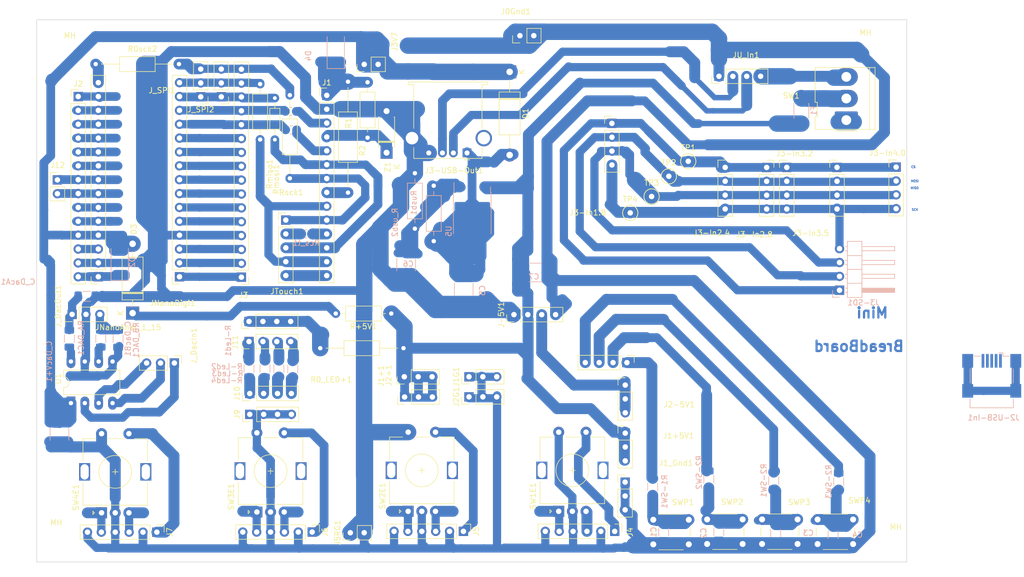
<source format=kicad_pcb>
(kicad_pcb (version 20221018) (generator pcbnew)
  (layers (0 "F.Cu" signal) (31 "B.Cu" signal) (34 "B.Paste" user) (35 "F.Paste" user) (36 "B.SilkS" user "B.Silkscreen") (37 "F.SilkS" user "F.Silkscreen") (38 "B.Mask" user) (39 "F.Mask" user) (44 "Edge.Cuts" user))
  (net 0 "")
  (net 1 "Net-(D2-K)")
  (net 2 "Net-(J1-Pin_5)")
  (net 3 "Net-(J3-In1.8-Pin_1)")
  (net 4 "Net-(J3-In1.8-Pin_2)")
  (net 5 "Net-(J3-In1.8-Pin_3)")
  (net 6 "GND")
  (net 7 "Net-(J1-Pin_8)")
  (net 8 "Net-(D1-K)")
  (net 9 "Net-(C1-Pad1)")
  (net 10 "Net-(C2-Pad1)")
  (net 11 "Net-(C3-Pad1)")
  (net 12 "Net-(C4-Pad1)")
  (net 13 "Net-(J8-Pin_1)")
  (net 14 "Net-(J8-Pin_2)")
  (net 15 "Net-(J8-Pin_3)")
  (net 16 "Net-(J8-Pin_4)")
  (net 17 "Net-(J10-Pin_1)")
  (net 18 "Net-(J10-Pin_2)")
  (net 19 "Net-(J10-Pin_3)")
  (net 20 "Net-(J10-Pin_4)")
  (net 21 "Net-(J11-Pin_1)")
  (net 22 "Net-(J11-Pin_2)")
  (net 23 "Net-(J11-Pin_3)")
  (net 24 "Net-(J11-Pin_4)")
  (net 25 "Net-(J2p1-Pin_1)")
  (net 26 "Net-(J12-Pin_1)")
  (net 27 "Net-(J1-Pin_3)")
  (net 28 "Net-(J1-Pin_10)")
  (net 29 "Net-(J1-Pin_11)")
  (net 30 "Net-(J1-Pin_12)")
  (net 31 "Net-(J1-Pin_13)")
  (net 32 "Net-(J1-Pin_14)")
  (net 33 "Net-(JNanoAnal_1_15-Pin_15)")
  (net 34 "Net-(JTouch1-Pin_2)")
  (net 35 "Net-(J_DacOut1-Pin_1)")
  (net 36 "Net-(J_DacIn1-Pin_1)")
  (net 37 "Net-(J_DacIn1-Pin_2)")
  (net 38 "Net-(J_DacIn1-Pin_3)")
  (net 39 "Net-(U1-VA)")
  (net 40 "Net-(U1-VB)")
  (net 41 "Net-(J4-Pin_3)")
  (net 42 "Net-(J4-Pin_5)")
  (net 43 "Net-(J5-Pin_3)")
  (net 44 "Net-(J5-Pin_5)")
  (net 45 "Net-(J6-Pin_3)")
  (net 46 "Net-(J_DacOut1-Pin_3)")
  (net 47 "Net-(J6-Pin_5)")
  (net 48 "Net-(J7-Pin_3)")
  (net 49 "Net-(J7-Pin_5)")
  (net 50 "Net-(D3-K)")
  (net 51 "Net-(U5-ADJ)")
  (net 52 "Net-(J3-Pin_1)")
  (net 53 "Net-(J3-Pin_2)")
  (net 54 "Net-(D1-A)")
  (net 55 "Net-(J-5V1-Pin_3)")
  (net 61 "unconnected-(J2-USB-In1-Shield-Pad6)")
  (net 62 "Net-(J3-USB-Out1-D-)")
  (net 63 "Net-(J3-USB-Out1-D+)")
  (net 64 "Net-(JU_In1-Pin_4)")
  (net 65 "Net-(J3-Pin_3)")
  (net 66 "Net-(J3-Pin_5)")
  (net 67 "Net-(J3-Pin_6)")
  (net 68 "Net-(J3-Pin_7)")
  (net 69 "Net-(J3-Pin_8)")
  (net 70 "Net-(J3-Pin_9)")
  (net 71 "Net-(J3-Pin_10)")
  (net 72 "Net-(J3-Pin_11)")
  (net 73 "Net-(J3-Pin_12)")
  (net 74 "Net-(J3-Pin_13)")
  (net 75 "Net-(J3-Pin_14)")
  (net 76 "Net-(J3-Pin_15)")
  (net 77 "Net-(J3-Pin_16)")
  (net 78 "Net-(J2-Pin_9)")
  (net 79 "Net-(J12-Pin_2)")
  (net 80 "Net-(J2-Pin_6)")
  (net 81 "Net-(J2-Pin_5)")
  (net 82 "Net-(J2-Pin_4)")
  (net 83 "Net-(J2-Pin_3)")
  (net 84 "Net-(J2-Pin_2)")
  (net 85 "Net-(J2-Pin_1)")
  (net 86 "Net-(J2-Pin_10)")
  (net 87 "Net-(J2-Pin_12)")
  (net 88 "Net-(J1-Pin_4)")
  (net 89 "Net-(J3-In1.8-Pin_4)")
  (net 90 "Net-(SW1-B)")
  (net 91 "unconnected-(SW1-A-Pad1)")
  (net 92 "Net-(J-5V1-Pin_2)")
  (net 93 "Net-(J7-Pin_1)")
  (net 94 "Net-(J4-Pin_1)")
  (net 95 "Net-(J5-Pin_1)")
  (net 96 "Net-(J6-Pin_1)")
  (net 97 "Net-(D4-K)")
  (footprint "Rotary_Encoder:RotaryEncoder_Alps_EC11E-Switch_Vertical_H20mm" (layer "F.Cu") (at 95.544 104.659 90)
    (fp_text reference "SW2E1")
    (fp_text value "Enc2")
  )
  (footprint "Connector_PinHeader_2.54mm:PinHeader_1x04_P2.54mm_Vertical" (layer "F.Cu") (at 135.5852 77.4192 -90)
    (fp_text reference "J8" hide)
    (fp_text value "But_Switch")
  )
  (footprint "Connector_PinHeader_2.54mm:PinHeader_1x02_P2.54mm_Vertical" (layer "F.Cu") (at 84.958 108.585 90)
    (fp_text reference "J5RG1")
    (fp_text value "GndPoint")
  )
  (footprint "Connector_PinHeader_2.54mm:PinHeader_1x04_P2.54mm_Vertical" (layer "F.Cu") (at 152.4354 24.9682 90)
    (fp_text reference "JU_In1")
    (fp_text value "USB_C")
  )
  (footprint "Connector_PinHeader_2.54mm:PinHeader_1x03_P2.54mm_Vertical" (layer "F.Cu") (at 106.68 83.693 90)
    (fp_text reference "J2G1")
    (fp_text value "Gnd")
  )
  (footprint "Connector_PinHeader_2.54mm:PinHeader_1x04_P2.54mm_Vertical" (layer "F.Cu") (at 66.421 69.876 90)
    (fp_text reference "J2p1" hide)
    (fp_text value "LED_Pow")
  )
  (footprint "Connector_PinHeader_2.54mm:PinHeader_1x06_P2.54mm_Vertical" (layer "F.Cu") (at 133.35 108.331 -90)
    (fp_text reference "J4")
    (fp_text value "Enc/Sw/Poti")
  )
  (footprint "Rotary_Encoder:RotaryEncoder_Alps_EC11E-Switch_Vertical_H20mm" (layer "F.Cu") (at 67.858 104.786 90)
    (fp_text reference "SW3E1")
    (fp_text value "Enc3")
  )
  (footprint "Connector_PinHeader_2.54mm:PinHeader_1x03_P2.54mm_Vertical" (layer "F.Cu") (at 106.68 80.01 90)
    (fp_text reference "J1G1")
    (fp_text value "Gnd")
  )
  (footprint "Connector_PinHeader_2.54mm:PinHeader_1x14_P2.54mm_Vertical" (layer "F.Cu") (at 35.154 28.672)
    (fp_text reference "J2")
    (fp_text value "NANO_Analog_Power")
  )
  (footprint "TestPoint:TestPoint_Keystone_5000-5004_Miniature" (layer "F.Cu") (at 140.1064 46.99)
    (fp_text reference "TP3")
    (fp_text value "SD-MISO")
  )
  (footprint "Resistor_THT:R_Axial_DIN0207_L6.3mm_D2.5mm_P15.24mm_Horizontal" (layer "F.Cu") (at 79.4512 74.7776)
    (fp_text reference "R0_LED+1")
    (fp_text value "0")
  )
  (footprint "Button_Switch_THT:SW_PUSH_6mm_H7.3mm" (layer "F.Cu") (at 170.486 106.1572)
    (fp_text reference "SWP4")
    (fp_text value "SW_P_O_D")
  )
  (footprint "Connector_PinHeader_2.54mm:PinHeader_1x06_P2.54mm_Vertical" (layer "F.Cu") (at 77.978 108.458 -90)
    (fp_text reference "J6")
    (fp_text value "Enc/Sw/Poti")
  )
  (footprint "Connector_PinSocket_2.54mm:PinSocket_1x15_P2.54mm_Vertical" (layer "F.Cu") (at 38.837 61.692 180)
    (fp_text reference "JNanoAnal_1_15")
    (fp_text value "+InGnd...")
  )
  (footprint "Connector_PinHeader_2.54mm:PinHeader_1x04_P2.54mm_Vertical" (layer "F.Cu") (at 184.8612 41.6052)
    (fp_text reference "J3-In4.0")
    (fp_text value "TFT_SD-4.0")
  )
  (footprint "Connector_PinHeader_2.54mm:PinHeader_1x04_P2.54mm_Vertical" (layer "F.Cu") (at 164.846 41.656)
    (fp_text reference "J3-In3.2")
    (fp_text value "TFT_SD-3.2")
  )
  (footprint "Connector_PinHeader_2.54mm:PinHeader_1x04_P2.54mm_Vertical" (layer "F.Cu") (at 66.421 73.559 90)
    (fp_text reference "J11")
    (fp_text value "LED_on")
  )
  (footprint "Diode_THT:D_DO-15_P12.70mm_Horizontal" (layer "F.Cu") (at 45.1104 68.3514 90)
    (fp_text reference "D3")
    (fp_text value "D_Schottky")
  )
  (footprint "Connector_PinHeader_2.54mm:PinHeader_1x04_P2.54mm_Vertical" (layer "F.Cu") (at 66.548 83.084 90)
    (fp_text reference "J10")
    (fp_text value "LED_1-4")
  )
  (footprint "Diode_THT:D_DO-41_SOD81_P7.62mm_Horizontal" (layer "F.Cu") (at 91.5924 38.9636 90)
    (fp_text reference "Z1")
    (fp_text value "3.3V")
  )
  (footprint "Connector_PinHeader_2.54mm:PinHeader_1x06_P2.54mm_Vertical" (layer "F.Cu") (at 49.55 108.478 -90)
    (fp_text reference "J7")
    (fp_text value "Enc/Sw/Poti")
  )
  (footprint "MountingHole:MountingHole_2.2mm_M2_DIN965" (layer "F.Cu") (at 30.3784 19.05)
    (fp_text reference "MH")
    (fp_text value "MH_2.2")
  )
  (footprint "Connector_PinHeader_2.54mm:PinHeader_1x02_P2.54mm_Vertical" (layer "F.Cu") (at 116.0018 17.526 90)
    (fp_text reference "J0Gnd1")
    (fp_text value "0V/Gnd")
  )
  (footprint "Button_Switch_THT:SW_PUSH_6mm_H7.3mm" (layer "F.Cu") (at 160.3248 106.1424)
    (fp_text reference "SWP3")
    (fp_text value "SW_P_O_D")
  )
  (footprint "Resistor_THT:R_Axial_DIN0207_L6.3mm_D2.5mm_P15.24mm_Horizontal" (layer "F.Cu") (at 73.8886 28.4226 -90)
    (fp_text reference "Rsck1")
    (fp_text value "1k")
  )
  (footprint "Connector_PinHeader_2.54mm:PinHeader_1x02_P2.54mm_Vertical" (layer "F.Cu") (at 31.3436 43.942)
    (fp_text reference "J12")
    (fp_text value "I2C")
  )
  (footprint "Connector_USB:USB_A_Stewart_SS-52100-001_Horizontal" (layer "F.Cu") (at 106.3192 39.01 180)
    (fp_text reference "J3-USB-Out1")
    (fp_text value "USB_A")
  )
  (footprint "Connector_PinHeader_2.54mm:PinHeader_1x05_P2.54mm_Vertical" (layer "F.Cu") (at 73.152 51.308)
    (fp_text reference "JTouch1")
    (fp_text value "SPI")
  )
  (footprint "Connector_PinSocket_2.54mm:PinSocket_1x15_P2.54mm_Vertical" (layer "F.Cu") (at 53.696 61.692 180)
    (fp_text reference "JNanoDigi1")
    (fp_text value "Nano_1x15 ")
  )
  (footprint "Resistor_THT:R_Axial_DIN0204_L3.6mm_D1.6mm_P7.62mm_Horizontal" (layer "F.Cu") (at 71.1454 28.956 -90)
    (fp_text reference "Rmosi1")
    (fp_text value "1k")
  )
  (footprint "Connector_PinHeader_2.54mm:PinHeader_1x14_P2.54mm_Vertical" (layer "F.Cu") (at 80.645 28.458)
    (fp_text reference "J1")
    (fp_text value "TFT_ILI9")
  )
  (footprint "Resistor_THT:R_Axial_DIN0207_L6.3mm_D2.5mm_P10.16mm_Horizontal" (layer "F.Cu") (at 92.456 68.4276 180)
    (fp_text reference "R+5V1")
    (fp_text value "0")
  )
  (footprint "Connector_PinHeader_2.54mm:PinHeader_1x16_P2.54mm_Vertical" (layer "F.Cu") (at 65.024 61.7728 180)
    (fp_text reference "J3")
    (fp_text value "Conn_01x16_Socket")
  )
  (footprint "Connector_PinHeader_2.54mm:PinHeader_1x03_P2.54mm_Vertical" (layer "F.Cu") (at 57.5818 28.7274 180)
    (fp_text reference "J_SPI2")
    (fp_text value "MosiMisoSck")
  )
  (footprint "Connector_PinSocket_2.54mm:PinSocket_1x04_P2.54mm_Vertical" (layer "F.Cu") (at 161.1626 41.666)
    (fp_text reference "J3-In2.8")
    (fp_text value "TFT_SD_2.8")
  )
  (footprint "Connector_PinHeader_2.54mm:PinHeader_1x04_P2.54mm_Vertical" (layer "F.Cu") (at 132.842 33.5888)
    (fp_text reference "J3-In1.8")
    (fp_text value "TFT_SD-1.8")
  )
  (footprint "Connector_PinHeader_2.54mm:PinHeader_1x06_P2.54mm_Vertical" (layer "F.Cu") (at 105.664 108.331 -90)
    (fp_text reference "J5")
    (fp_text value "Enc/Sw/Poti" hide)
  )
  (footprint "Button_Switch_THT:SW_PUSH_6mm_H7.3mm" (layer "F.Cu") (at 150.2664 106.1424)
    (fp_text reference "SWP2")
    (fp_text value "SW_P_O_D")
  )
  (footprint "Connector_PinHeader_2.54mm:PinHeader_1x03_P2.54mm_Vertical" (layer "F.Cu") (at 94.8944 83.7184 90)
    (fp_text reference "J1+1")
    (fp_text value "+5V")
  )
  (footprint "Resistor_THT:R_Axial_DIN0207_L6.3mm_D2.5mm_P10.16mm_Horizontal" (layer "F.Cu") (at 88.1126 26.0604 -90)
    (fp_text reference "R2")
    (fp_text value "2.2k")
  )
  (footprint "Resistor_THT:R_Axial_DIN0207_L6.3mm_D2.5mm_P15.24mm_Horizontal" (layer "F.Cu") (at 53.594 22.733 180)
    (fp_text reference "R0sck2")
    (fp_text value "0")
  )
  (footprint "Connector_Molex:Molex_KK-396_5273-03A_1x03_P3.96mm_Vertical" (layer "F.Cu") (at 175.7426 32.9922 90)
    (fp_text reference "SW1")
    (fp_text value "SW_SPDT")
  )
  (footprint "Diode_THT:D_DO-15_P15.24mm_Horizontal" (layer "F.Cu") (at 114.1222 24.1554 -90)
    (fp_text reference "D1")
    (fp_text value "D_Schottky")
  )
  (footprint "Connector_PinHeader_2.54mm:PinHeader_1x03_P2.54mm_Vertical" (layer "F.Cu") (at 61.341 28.7274 180)
    (fp_text reference "J_SPI1")
    (fp_text value "MosiMisoSck")
  )
  (footprint "Connector_PinHeader_2.54mm:PinHeader_1x04_P2.54mm_Vertical" (layer "F.Cu") (at 153.5684 41.656)
    (fp_text reference "J3-In2.4")
    (fp_text value "TFT_SD-2.4")
  )
  (footprint "TestPoint:TestPoint_Keystone_5000-5004_Miniature" (layer "F.Cu") (at 136.1948 49.9872)
    (fp_text reference "TP4")
    (fp_text value "SD-MISO")
  )
  (footprint "Connector_PinHeader_2.54mm:PinHeader_1x03_P2.54mm_Vertical" (layer "F.Cu") (at 52.7558 77.4954 -90)
    (fp_text reference "J_DacIn1")
    (fp_text value "SCK,SDI,CS")
  )
  (footprint "Resistor_THT:R_Axial_DIN0207_L6.3mm_D2.5mm_P10.16mm_Horizontal" (layer "F.Cu") (at 68.453 26.3906 -90)
    (fp_text reference "Rmiso1")
    (fp_text value "0")
  )
  (footprint "Connector_PinHeader_2.54mm:PinHeader_1x03_P2.54mm_Vertical" (layer "F.Cu") (at 34.036 68.58 90)
    (fp_text reference "J_DacOut1")
    (fp_text value "Out_A,Out_B,Gnd")
  )
  (footprint "Connector_PinHeader_2.54mm:PinHeader_1x03_P2.54mm_Vertical" (layer "F.Cu") (at 135.2804 90.3374)
    (fp_text reference "J1+5V1")
    (fp_text value "+5V")
  )
  (footprint "Button_Switch_THT:SW_PUSH_6mm_H7.3mm" (layer "F.Cu") (at 140.4124 106.208)
    (fp_text reference "SWP1")
    (fp_text value "SW_P_O_D")
  )
  (footprint "Rotary_Encoder:RotaryEncoder_Alps_EC11E-Switch_Vertical_H20mm" (layer "F.Cu") (at 39.43 104.933 90)
    (fp_text reference "SW4E1")
    (fp_text value "Enc4")
  )
  (footprint "TestPoint:TestPoint_Keystone_5000-5004_Miniature" (layer "F.Cu") (at 146.812 40.5384)
    (fp_text reference "TP1")
    (fp_text value "SD-CS")
  )
  (footprint "MountingHole:MountingHole_2.2mm_M2_DIN965" (layer "F.Cu") (at 183.642 110.6932)
    (fp_text reference "MH")
    (fp_text value "MH_2.2")
  )
  (footprint "Connector_PinHeader_2.54mm:PinHeader_1x03_P2.54mm_Vertical" (layer "F.Cu") (at 135.255 99.314)
    (fp_text reference "J1_Gnd1")
    (fp_text value "Gnd")
  )
  (footprint "Rotary_Encoder:RotaryEncoder_Alps_EC11E-Switch_Vertical_H20mm" (layer "F.Cu") (at 123.103 104.659 90)
    (fp_text reference "SW1E1")
    (fp_text value "Enc1")
  )
  (footprint "Connector_PinHeader_2.54mm:PinHeader_1x03_P2.54mm_Vertical" (layer "F.Cu") (at 135.2804 81.534)
    (fp_text reference "J2-5V1")
    (fp_text value "-5V")
  )
  (footprint "Connector_PinHeader_2.54mm:PinHeader_1x04_P2.54mm_Vertical" (layer "F.Cu") (at 66.558 86.894 90)
    (fp_text reference "J9")
    (fp_text value "LED_Gnd")
  )
  (footprint "Resistor_THT:R_Axial_DIN0309_L9.0mm_D3.2mm_P20.32mm_Horizontal" (layer "F.Cu") (at 84.5312 25.9588 -90)
    (fp_text reference "R1")
    (fp_text value "51")
  )
  (footprint "Connector_PinHeader_2.54mm:PinHeader_1x04_P2.54mm_Vertical" (layer "F.Cu") (at 174.0408 41.656)
    (fp_text reference "J3-In3.5")
    (fp_text value "TFT_SD-3.5")
  )
  (footprint "Connector_PinHeader_2.54mm:PinHeader_1x04_P2.54mm_Vertical" (layer "F.Cu") (at 114.9096 68.6308 90)
    (fp_text reference "J-5V1")
    (fp_text value "TPS60403")
  )
  (footprint "Connector_PinHeader_2.54mm:PinHeader_1x03_P2.54mm_Vertical" (layer "F.Cu") (at 94.8436 80.01 90)
    (fp_text reference "J2+1")
    (fp_text value "+5V")
  )
  (footprint "TestPoint:TestPoint_Keystone_5000-5004_Miniature" (layer "F.Cu") (at 143.256 43.2816)
    (fp_text reference "TP2")
    (fp_text value "SD-MOSI")
  )
  (footprint "MountingHole:MountingHole_2.2mm_M2_DIN965" (layer "F.Cu") (at 30.8864 110.3884)
    (fp_text reference "MH")
    (fp_text value "MH_2.2")
  )
  (footprint "Connector_PinHeader_2.54mm:PinHeader_1x02_P2.54mm_Vertical" (layer "F.Cu") (at 87.503 22.7838 90)
    (fp_text reference "J3V7")
    (fp_text value "+3.7V")
  )
  (footprint "Package_DIP:DIP-8_W7.62mm_LongPads" (layer "F.Cu") (at 33.8205 84.836 90)
    (fp_text reference "U1")
    (fp_text value "MCP4822")
  )
  (footprint "MountingHole:MountingHole_2.2mm_M2_DIN965" (layer "F.Cu") (at 183.0832 18.4404)
    (fp_text reference "MH")
    (fp_text value "MH_2.2")
  )
  (footprint "Capacitor_SMD:C_1812_4532Metric_Pad1.57x3.40mm_HandSolder" (layer "B.Cu") (at 118.8212 60.9092)
    (fp_text reference "C7")
    (fp_text value "10µ")
  )
  (footprint "Diode_SMD:D_2010_5025Metric_Pad1.52x2.65mm_HandSolder" (layer "B.Cu") (at 82.296 20.193 90)
    (fp_text reference "D4")
    (fp_text value "1N4001")
  )
  (footprint "Resistor_SMD:R_1206_3216Metric_Pad1.30x1.75mm_HandSolder" (layer "B.Cu") (at 39.2815 73.025 90)
    (fp_text reference "RB_DAC1")
    (fp_text value "4.7k")
  )
  (footprint "Resistor_SMD:R_0805_2012Metric_Pad1.20x1.40mm_HandSolder" (layer "B.Cu") (at 74.1266 34.7726)
    (fp_text reference "Rtdc1" hide)
    (fp_text value "1k")
  )
  (footprint "Resistor_SMD:R_1206_3216Metric_Pad1.30x1.75mm_HandSolder" (layer "B.Cu") (at 69.342 78.512 -90)
    (fp_text reference "R-Led2")
    (fp_text value "1k")
  )
  (footprint "Capacitor_SMD:C_1206_3216Metric_Pad1.33x1.80mm_HandSolder" (layer "B.Cu") (at 152.4 108.4072 -90)
    (fp_text reference "C2")
    (fp_text value "10n")
  )
  (footprint "Resistor_SMD:R_1206_3216Metric_Pad1.30x1.75mm_HandSolder" (layer "B.Cu") (at 174.3456 99.2124 -90)
    (fp_text reference "R2-SW3")
    (fp_text value "2.2k")
  )
  (footprint "Capacitor_SMD:C_1206_3216Metric_Pad1.33x1.80mm_HandSolder" (layer "B.Cu") (at 142.3186 108.4728 -90)
    (fp_text reference "C1")
    (fp_text value "10n")
  )
  (footprint "Capacitor_SMD:C_1812_4532Metric_Pad1.57x3.40mm_HandSolder" (layer "B.Cu") (at 31.7246 90.5002 -90)
    (fp_text reference "C_DacV+1")
    (fp_text value "5µ")
  )
  (footprint "Resistor_THT:R_Axial_DIN0207_L6.3mm_D2.5mm_P10.16mm_Horizontal" (layer "B.Cu") (at 100.2284 45.0088 -90)
    (fp_text reference "R_usb2")
    (fp_text value "240")
  )
  (footprint "Resistor_SMD:R_1206_3216Metric_Pad1.30x1.75mm_HandSolder" (layer "B.Cu") (at 66.421 78.512 -90)
    (fp_text reference "R-Led1")
    (fp_text value "1k")
  )
  (footprint "Capacitor_SMD:C_1812_4532Metric_Pad1.57x3.40mm_HandSolder" (layer "B.Cu") (at 105.7148 64.008 -90)
    (fp_text reference "C5")
    (fp_text value "10µ")
  )
  (footprint "Package_TO_SOT_SMD:ATPAK-2" (layer "B.Cu") (at 107.2778 50.1659 -90)
    (fp_text reference "U5")
    (fp_text value "MCP33269AJG DPAK")
  )
  (footprint "Capacitor_SMD:C_1206_3216Metric_Pad1.33x1.80mm_HandSolder" (layer "B.Cu") (at 36.703 65.278)
    (fp_text reference "C_DacA1")
    (fp_text value "10n")
  )
  (footprint "Diode_SMD:D_2010_5025Metric_Pad1.52x2.65mm_HandSolder" (layer "B.Cu") (at 42.7482 59.0049 90)
    (fp_text reference "D2")
    (fp_text value "D_Schottky")
  )
  (footprint "Resistor_THT:R_Axial_DIN0207_L6.3mm_D2.5mm_P10.16mm_Horizontal" (layer "B.Cu") (at 96.774 42.7228 -90)
    (fp_text reference "Rusb1")
    (fp_text value "475")
  )
  (footprint "Connector_PinHeader_2.54mm:PinHeader_1x04_P2.54mm_Horizontal" (layer "B.Cu") (at 174.498 64.1604)
    (fp_text reference "J3-SD1")
    (fp_text value "TFT_SD")
  )
  (footprint "Capacitor_SMD:C_1206_3216Metric_Pad1.33x1.80mm_HandSolder" (layer "B.Cu") (at 42.4565 73.051 -90)
    (fp_text reference "C_DacB1")
    (fp_text value "10n")
  )
  (footprint "Fuse:Fuse_2010_5025Metric_Pad1.52x2.65mm_HandSolder" (layer "B.Cu") (at 167.513 31.2928 90)
    (fp_text reference "F1")
    (fp_text value "500mA")
  )
  (footprint "Resistor_SMD:R_1206_3216Metric_Pad1.30x1.75mm_HandSolder" (layer "B.Cu") (at 162.4584 99.034 -90)
    (fp_text reference "R2-SW1")
    (fp_text value "2.2k")
  )
  (footprint "Resistor_SMD:R_1206_3216Metric_Pad1.30x1.75mm_HandSolder" (layer "B.Cu") (at 140.3096 100.1776 -90)
    (fp_text reference "R1-SW1")
    (fp_text value "2.2k")
  )
  (footprint "Resistor_SMD:R_1206_3216Metric_Pad1.30x1.75mm_HandSolder" (layer "B.Cu") (at 74.422 78.613 -90)
    (fp_text reference "R-Led4")
    (fp_text value "1k")
  )
  (footprint "Resistor_SMD:R_0805_2012Metric_Pad1.20x1.40mm_HandSolder" (layer "B.Cu") (at 76.8604 53.848)
    (fp_text reference "Rcs_t1")
    (fp_text value "1k")
  )
  (footprint "Resistor_SMD:R_1206_3216Metric_Pad1.30x1.75mm_HandSolder" (layer "B.Cu") (at 33.528 73.025 90)
    (fp_text reference "RA_DAC1")
    (fp_text value "4.7k")
  )
  (footprint "Capacitor_SMD:C_1812_4532Metric_Pad1.57x3.40mm_HandSolder" (layer "B.Cu") (at 95.1738 59.4532 -90)
    (fp_text reference "C6")
    (fp_text value "10µ")
  )
  (footprint "Capacitor_SMD:C_1206_3216Metric_Pad1.33x1.80mm_HandSolder" (layer "B.Cu") (at 173.3308 108.9774 -90)
    (fp_text reference "C4")
    (fp_text value "10n")
  )
  (footprint "Resistor_SMD:R_1206_3216Metric_Pad1.30x1.75mm_HandSolder" (layer "B.Cu") (at 71.882 78.512 -90)
    (fp_text reference "R-Led3")
    (fp_text value "1k")
  )
  (footprint "Resistor_SMD:R_0805_2012Metric_Pad1.20x1.40mm_HandSolder" (layer "B.Cu") (at 74.0664 31.3944)
    (fp_text reference "Rtcs1" hide)
    (fp_text value "1k")
  )
  (footprint "Capacitor_SMD:C_1206_3216Metric_Pad1.33x1.80mm_HandSolder" (layer "B.Cu") (at 162.814 108.6612 -90)
    (fp_text reference "C3")
    (fp_text value "10n")
  )
  (footprint "Connector_USB:USB_Mini-B_Wuerth_65100516121_Horizontal" (layer "B.Cu") (at 202.356 79.689 180)
    (fp_text reference "J2-USB-In1")
    (fp_text value "USB_B_Mini")
  )
  (footprint "Resistor_SMD:R_1206_3216Metric_Pad1.30x1.75mm_HandSolder" (layer "B.Cu") (at 150.5712 98.806 -90)
    (fp_text reference "R2-SW2")
    (fp_text value "2.2k")
  )
  (gr_rect (start 27.559 14.605) (end 186.817 113.9444) (stroke (width 0.1)) (fill none) (layer "Edge.Cuts"))
  (gr_text "SCK" (at 187.6552 49.6316) (layer "B.Cu") (effects (font (size 0.4 0.4) (thickness 0.1) bold) (justify left bottom)))
  (gr_text "MOSI" (at 187.5028 44.3992) (layer "B.Cu") (effects (font (size 0.4 0.4) (thickness 0.1) bold) (justify left bottom)))
  (gr_text "  Mini\n\nBreadBoard" (at 186.4868 75.5396) (layer "B.Cu") (effects (font (size 1.9 1.9) (thickness 0.4) bold) (justify left bottom mirror)))
  (gr_text "CS" (at 187.5536 41.8084) (layer "B.Cu") (effects (font (size 0.4 0.4) (thickness 0.1) bold) (justify left bottom)))
  (gr_text "MISO" (at 187.452 45.6692) (layer "B.Cu") (effects (font (size 0.4 0.4) (thickness 0.1) bold) (justify left bottom)))
  (segment (start 37.094184 61.6458) (end 43.7642 61.6458) (width 1.6) (layer "B.Cu") (net 1))
  (segment (start 42.0243 61.2394) (end 43.7769 61.2394) (width 1.6) (layer "B.Cu") (net 1))
  (segment (start 37.846 61.692) (end 35.154 61.692) (width 1.5) (layer "B.Cu") (net 1))
  (segment (start 38.837 61.692) (end 37.846 61.692) (width 1.5) (layer "B.Cu") (net 1))
  (segment (start 79.629 38.618) (end 78.2928 38.618) (width 1) (layer "B.Cu") (net 2))
  (segment (start 79.629 38.618) (end 79.131 38.618) (width 1) (layer "B.Cu") (net 2))
  (segment (start 79.629 38.618) (end 78.5722 38.618) (width 1.6) (layer "B.Cu") (net 2))
  (segment (start 80.645 38.618) (end 79.629 38.618) (width 1.6) (layer "B.Cu") (net 2))
  (segment (start 80.645 38.618) (end 78.2768 38.618) (width 1.5) (layer "B.Cu") (net 2))
  (segment (start 78.2928 38.618) (end 78.2768 38.618) (width 1) (layer "B.Cu") (net 2))
  (segment (start 75.1266 34.7726) (end 75.1266 35.4678) (width 1.6) (layer "B.Cu") (net 2))
  (segment (start 75.1266 35.4678) (end 78.2768 38.618) (width 1.6) (layer "B.Cu") (net 2))
  (segment (start 138.1352 33.5888) (end 132.842 33.5888) (width 1.5) (layer "B.Cu") (net 3))
  (segment (start 146.812 40.5384) (end 145.0848 40.5384) (width 1.6) (layer "B.Cu") (net 3))
  (segment (start 132.842 33.5888) (end 138.1252 33.5888) (width 1.6) (layer "B.Cu") (net 3))
  (segment (start 174.0408 41.656) (end 184.8104 41.656) (width 1.6) (layer "B.Cu") (net 3))
  (segment (start 184.8104 41.656) (end 184.8612 41.6052) (width 1.6) (layer "B.Cu") (net 3))
  (segment (start 174.498 64.1604) (end 155.8036 64.1604) (width 1.5) (layer "B.Cu") (net 3))
  (segment (start 150.368 58.7248) (end 127.6096 58.7248) (width 1.5) (layer "B.Cu") (net 3))
  (segment (start 152.5574 40.645) (end 153.5684 41.656) (width 2) (layer "B.Cu") (net 3))
  (segment (start 153.5684 41.656) (end 174.0408 41.656) (width 1.6) (layer "B.Cu") (net 3))
  (segment (start 127.6096 58.5724) (end 124.0536 55.0164) (width 1.5) (layer "B.Cu") (net 3))
  (segment (start 155.8036 64.1604) (end 150.368 58.7248) (width 1.5) (layer "B.Cu") (net 3))
  (segment (start 146.1974 40.645) (end 148.0058 40.645) (width 2) (layer "B.Cu") (net 3))
  (segment (start 139.5095 34.9631) (end 138.1352 33.5888) (width 1.5) (layer "B.Cu") (net 3))
  (segment (start 124.0536 38.5672) (end 129.032 33.5888) (width 1.5) (layer "B.Cu") (net 3))
  (segment (start 145.0848 40.5384) (end 139.5095 34.9631) (width 1.6) (layer "B.Cu") (net 3))
  (segment (start 129.032 33.5888) (end 132.842 33.5888) (width 1.5) (layer "B.Cu") (net 3))
  (segment (start 124.0536 55.0164) (end 124.0536 38.5672) (width 1.5) (layer "B.Cu") (net 3))
  (segment (start 127.6096 58.7248) (end 127.6096 58.5724) (width 1.5) (layer "B.Cu") (net 3))
  (segment (start 152.8572 41.656) (end 153.5684 41.656) (width 2) (layer "B.Cu") (net 3))
  (segment (start 141.64695 37.10055) (end 139.5095 34.9631) (width 1.5) (layer "B.Cu") (net 3))
  (segment (start 148.0058 40.645) (end 152.5574 40.645) (width 2) (layer "B.Cu") (net 3))
  (segment (start 153.6956 44.2976) (end 184.8356 44.2976) (width 1.5) (layer "B.Cu") (net 4))
  (segment (start 174.498 61.6204) (end 167.386 61.6204) (width 1.5) (layer "B.Cu") (net 4))
  (segment (start 126.9492 38.862) (end 129.6824 36.1288) (width 1.5) (layer "B.Cu") (net 4))
  (segment (start 144.9832 44.196) (end 143.8402 43.053) (width 1.5) (layer "B.Cu") (net 4))
  (segment (start 132.842 36.1288) (end 136.916 36.1288) (width 1.6) (layer "B.Cu") (net 4))
  (segment (start 144.9832 44.196) (end 144.1704 44.196) (width 2) (layer "B.Cu") (net 4))
  (segment (start 144.1704 44.196) (end 142.8496 42.8752) (width 2) (layer "B.Cu") (net 4))
  (segment (start 167.386 61.6204) (end 167.386 61.4172) (width 1.5) (layer "B.Cu") (net 4))
  (segment (start 143.256 43.2816) (end 138.8618 38.8874) (width 1.6) (layer "B.Cu") (net 4))
  (segment (start 126.9492 53.3908) (end 126.9492 38.862) (width 1.5) (layer "B.Cu") (net 4))
  (segment (start 136.916 36.1288) (end 138.8618 38.0746) (width 1.6) (layer "B.Cu") (net 4))
  (segment (start 137.5791 36.7919) (end 137.0684 36.2812) (width 1.5) (layer "B.Cu") (net 4))
  (segment (start 129.6824 36.1288) (end 132.842 36.1288) (width 1.5) (layer "B.Cu") (net 4))
  (segment (start 138.8618 38.0746) (end 137.5791 36.7919) (width 1.5) (layer "B.Cu") (net 4))
  (segment (start 138.8618 38.8874) (end 138.8618 38.0746) (width 1.6) (layer "B.Cu") (net 4))
  (segment (start 167.386 61.4172) (end 163.1696 61.4172) (width 1.5) (layer "B.Cu") (net 4))
  (segment (start 137.5791 36.7919) (end 138.8872 38.1) (width 1.5) (layer "B.Cu") (net 4))
  (segment (start 136.916 36.1288) (end 139.0142 38.227) (width 1.6) (layer "B.Cu") (net 4))
  (segment (start 163.1696 61.4172) (end 158.0388 56.2864) (width 1.5) (layer "B.Cu") (net 4))
  (segment (start 129.8448 56.2864) (end 126.9492 53.3908) (width 1.5) (layer "B.Cu") (net 4))
  (segment (start 158.0388 56.2864) (end 129.8448 56.2864) (width 1.5) (layer "B.Cu") (net 4))
  (segment (start 153.5684 44.196) (end 144.9832 44.196) (width 1.5) (layer "B.Cu") (net 4))
  (segment (start 170.688 59.0804) (end 164.7952 53.1876) (width 1.5) (layer "B.Cu") (net 5))
  (segment (start 132.8928 53.1876) (end 129.6416 49.9364) (width 1.5) (layer "B.Cu") (net 5))
  (segment (start 140.1064 46.99) (end 137.0711 43.9547) (width 3) (layer "B.Cu") (net 5))
  (segment (start 164.7952 53.1876) (end 132.8928 53.1876) (width 1.5) (layer "B.Cu") (net 5))
  (segment (start 129.6416 40.3352) (end 130.8508 39.126) (width 1.5) (layer "B.Cu") (net 5))
  (segment (start 136.0932 39.2938) (end 135.4682 38.6688) (width 1.6) (layer "B.Cu") (net 5))
  (segment (start 130.8508 38.6688) (end 132.842 38.6688) (width 1.5) (layer "B.Cu") (net 5))
  (segment (start 153.645 46.736) (end 184.785 46.736) (width 1.5) (layer "B.Cu") (net 5))
  (segment (start 130.8508 39.126) (end 130.8508 38.6688) (width 1.5) (layer "B.Cu") (net 5))
  (segment (start 137.0711 43.9547) (end 136.0932 42.9768) (width 1.6) (layer "B.Cu") (net 5))
  (segment (start 144.9832 46.736) (end 144.7292 46.99) (width 1.6) (layer "B.Cu") (net 5))
  (segment (start 144.7292 46.99) (end 140.1064 46.99) (width 1.6) (layer "B.Cu") (net 5))
  (segment (start 136.0932 39.2938) (end 135.4582 39.2938) (width 1.6) (layer "B.Cu") (net 5))
  (segment (start 135.4682 38.6688) (end 132.842 38.6688) (width 1.6) (layer "B.Cu") (net 5))
  (segment (start 174.498 59.0804) (end 170.688 59.0804) (width 1.5) (layer "B.Cu") (net 5))
  (segment (start 153.5684 46.736) (end 144.9832 46.736) (width 1.5) (layer "B.Cu") (net 5))
  (segment (start 136.0932 42.9768) (end 136.0932 39.2938) (width 1.6) (layer "B.Cu") (net 5))
  (segment (start 135.4582 39.2938) (end 134.6962 38.5318) (width 1.6) (layer "B.Cu") (net 5))
  (segment (start 129.6416 49.9364) (end 129.6416 40.3352) (width 1.5) (layer "B.Cu") (net 5))
  (segment (start 49.124 60.198) (end 50.394 61.468) (width 1.6) (layer "B.Cu") (net 6))
  (segment (start 41.93 95.357) (end 39.43 92.857) (width 2) (layer "B.Cu") (net 6))
  (segment (start 68.0466 93.091) (end 70.358 95.4024) (width 1.6) (layer "B.Cu") (net 6))
  (segment (start 136.5504 108.3156) (end 138.9936 110.7588) (width 2) (layer "B.Cu") (net 6))
  (segment (start 68.961 94.194) (end 67.858 93.091) (width 1.5) (layer "B.Cu") (net 6))
  (segment (start 150.4188 37.5158) (end 180.4416 37.5158) (width 2) (layer "B.Cu") (net 6))
  (segment (start 84.338 30.998) (end 84.348 30.988) (width 1.6) (layer "B.Cu") (net 6))
  (segment (start 96.2492 36.3) (end 96.2492 36.0004) (width 3) (layer "B.Cu") (net 6))
  (segment (start 103.8352 111.456) (end 103.124 110.7448) (width 1.6) (layer "B.Cu") (net 6))
  (segment (start 91.1352 60.96) (end 92.2782 62.103) (width 3) (layer "B.Cu") (net 6))
  (segment (start 114.046 67.7672) (end 114.7496 68.4708) (width 3) (layer "B.Cu") (net 6))
  (segment (start 101.4984 66.9544) (end 97.4852 62.9412) (width 3) (layer "B.Cu") (net 6))
  (segment (start 37.5185 66.279) (end 37.226 66.279) (width 1.5) (layer "B.Cu") (net 6))
  (segment (start 47.244 50.7492) (end 49.403 52.9082) (width 3) (layer "B.Cu") (net 6))
  (segment (start 84.338 30.998) (end 83.1088 30.998) (width 1.5) (layer "B.Cu") (net 6))
  (segment (start 38.2655 65.278) (end 39.5224 65.278) (width 1.5) (layer "B.Cu") (net 6))
  (segment (start 180.086 105.7148) (end 180.086 94.5896) (width 2) (layer "B.Cu") (net 6))
  (segment (start 76.7715 28.8163) (end 76.7715 25.8572) (width 2) (layer "B.Cu") (net 6))
  (segment (start 84.338 30.998) (end 84.4804 30.998) (width 3) (layer "B.Cu") (net 6))
  (segment (start 122.3811 61.976) (end 121.8731 62.484) (width 2) (layer "B.Cu") (net 6))
  (segment (start 38.735 79.756) (end 36.3605 79.756) (width 1.5) (layer "B.Cu") (net 6))
  (segment (start 46.8884 111.349) (end 47.01 111.2274) (width 1.6) (layer "B.Cu") (net 6))
  (segment (start 94.234 48.8696) (end 90.3732 52.7304) (width 3) (layer "B.Cu") (net 6))
  (segment (start 41.93 104.933) (end 41.93 102.255) (width 1.5) (layer "B.Cu") (net 6))
  (segment (start 177.2666 19.7612) (end 178.4731 20.9677) (width 2) (layer "B.Cu") (net 6))
  (segment (start 109.347 111.456) (end 105.283 111.456) (width 1.5) (layer "B.Cu") (net 6))
  (segment (start 53.696 54.072) (end 51.029 54.072) (width 1.6) (layer "B.Cu") (net 6))
  (segment (start 147.9042 37.5158) (end 149.098 37.5158) (width 1.6) (layer "B.Cu") (net 6))
  (segment (start 96.1347 61.5907) (end 95.1738 61.5907) (width 3) (layer "B.Cu") (net 6))
  (segment (start 101.4984 67.7672) (end 114.046 67.7672) (width 3) (layer "B.Cu") (net 6))
  (segment (start 136.9576 110.8964) (end 176.3268 110.8964) (width 3) (layer "B.Cu") (net 6))
  (segment (start 70.358 95.4024) (end 70.358 101.981) (width 1.6) (layer "B.Cu") (net 6))
  (segment (start 120.269 16.8148) (end 115.1636 16.8148) (width 3) (layer "B.Cu") (net 6))
  (segment (start 121.8731 65.4851) (end 121.8731 58.7248) (width 2) (layer "B.Cu") (net 6))
  (segment (start 75.6412 111.456) (end 70.739 111.456) (width 1.5) (layer "B.Cu") (net 6))
  (segment (start 108.966 83.7565) (end 108.966 79.8195) (width 1.5) (layer "B.Cu") (net 6))
  (segment (start 87.498 108.585) (end 87.498 110.689) (width 1.6) (layer "B.Cu") (net 6))
  (segment (start 122.5296 66.1416) (end 121.8731 65.4851) (width 2) (layer "B.Cu") (net 6))
  (segment (start 42.4565 74.5875) (end 42.4565 76.2) (width 1.5) (layer "B.Cu") (net 6))
  (segment (start 67.858 90.286) (end 67.858 87.108) (width 1.5) (layer "B.Cu") (net 6))
  (segment (start 52.197 20.447) (end 50.775 21.869) (width 2) (layer "B.Cu") (net 6))
  (segment (start 122.4319 62.3824) (end 120.9587 60.9092) (width 2) (layer "B.Cu") (net 6))
  (segment (start 109.093 66.675) (end 101.219 66.675) (width 3) (layer "B.Cu") (net 6))
  (segment (start 75.438 108.458) (end 75.438 111.2528) (width 1.6) (layer "B.Cu") (net 6))
  (segment (start 50.394 59.152) (end 50.394 61.468) (width 1.6) (layer "B.Cu") (net 6))
  (segment (start 39.43 92.857) (end 40.8505 94.2775) (width 2) (layer "B.Cu") (net 6))
  (segment (start 100.4824 67.7672) (end 95.6564 62.9412) (width 3) (layer "B.Cu") (net 6))
  (segment (start 114.4524 17.526) (end 114.4524 17.9324) (width 3) (layer "B.Cu") (net 6))
  (segment (start 120.65 111.329) (end 120.65 108.331) (width 1.5) (layer "B.Cu") (net 6))
  (segment (start 31.7246 92.6377) (end 33.4357 92.6377) (width 2) (layer "B.Cu") (net 6))
  (segment (start 70.739 111.456) (end 66.929 111.456) (width 1.5) (layer "B.Cu") (net 6))
  (segment (start 41.4405 77.216) (end 41.4405 78.5745) (width 1.5) (layer "B.Cu") (net 6))
  (segment (start 115.1636 16.8148) (end 114.4524 17.526) (width 3) (layer "B.Cu") (net 6))
  (segment (start 73.152 21.5646) (end 74.0156 22.4282) (width 2) (layer "B.Cu") (net 6))
  (segment (start 40.8505 94.2775) (end 41.93 95.357) (width 1.6) (layer "B.Cu") (net 6))
  (segment (start 180.0733 105.7275) (end 180.086 105.7148) (width 2) (layer "B.Cu") (net 6))
  (segment (start 41.93 102.255) (end 41.93 95.357) (width 2) (layer "B.Cu") (net 6))
  (segment (start 70.358 108.458) (end 70.358 111.075) (width 1.5) (layer "B.Cu") (net 6))
  (segment (start 120.9587 57.8104) (end 120.9587 59.1312) (width 2) (layer "B.Cu") (net 6))
  (segment (start 180.4416 37.5158) (end 182.7276 35.2298) (width 2) (layer "B.Cu") (net 6))
  (segment (start 98.044 108.331) (end 98.044 110.567) (width 1.5) (layer "B.Cu") (net 6))
  (segment (start 83.1088 30.998) (end 78.9532 30.998) (width 2) (layer "B.Cu") (net 6))
  (segment (start 147.8788 62.3824) (end 122.4319 62.3824) (width 2) (layer "B.Cu") (net 6))
  (segment (start 92.964 108.331) (end 92.964 111.329) (width 1.5) (layer "B.Cu") (net 6))
  (segment (start 88.392 91.186) (end 88.392 107.691) (width 1.5) (layer "B.Cu") (net 6))
  (segment (start 120.9587 57.8104) (end 120.9587 36.8769) (width 2) (layer "B.Cu") (net 6))
  (segment (start 76.7715 25.1841) (end 74.0156 22.4282) (width 2) (layer "B.Cu") (net 6))
  (segment (start 49.149 59.152) (end 50.394 59.152) (width 1.5) (layer "B.Cu") (net 6))
  (segment (start 178.4731 20.9677) (end 182.7276 25.2222) (width 2) (layer "B.Cu") (net 6))
  (segment (start 38.735 79.9715) (end 33.655 79.9715) (width 1.5) (layer "B.Cu") (net 6))
  (segment (start 101.219 66.675) (end 99.9236 65.3796) (width 3) (layer "B.Cu") (net 6))
  (segment (start 135.255 111.075) (end 135.001 111.329) (width 1.5) (layer "B.Cu") (net 6))
  (segment (start 96.2492 36.0004) (end 91.5924 31.3436) (width 3) (layer "B.Cu") (net 6))
  (segment (start 97.1196 30.998) (end 96.2492 31.8684) (width 3) (layer "B.Cu") (net 6))
  (segment (start 47.498 62.3316) (end 47.498 59.152) (width 1.6) (layer "B.Cu") (net 6))
  (segment (start 50.394 61.468) (end 50.394 63.856) (width 1.6) (layer "B.Cu") (net 6))
  (segment (start 90.4748 52.832) (end 90.4748 60.2996) (width 3) (layer "B.Cu") (net 6))
  (segment (start 117.729 19.3548) (end 120.269 16.8148) (width 3) (layer "B.Cu") (net 6))
  (segment (start 42.4565 76.2) (end 41.4405 77.216) (width 1.5) (layer "B.Cu") (net 6))
  (segment (start 106.68 83.947) (end 111.76 83.947) (width 1.5) (layer "B.Cu") (net 6))
  (segment (start 41.93 111.095) (end 41.676 111.349) (width 1.5) (layer "B.Cu") (net 6))
  (segment (start 152.4354 20.1422) (end 177.6476 20.1422) (width 3) (layer "B.Cu") (net 6))
  (segment (start 86.8122 106.7308) (end 84.958 108.585) (width 3) (layer "B.Cu") (net 6))
  (segment (start 36.576 68.58) (end 36.576 66.929) (width 1.5) (layer "B.Cu") (net 6))
  (segment (start 42.393 59.152) (end 43.942 59.152) (width 1.5) (layer "B.Cu") (net 6))
  (segment (start 106.68 80.01) (end 109.22 80.01) (width 1.5) (layer "B.Cu") (net 6))
  (segment (start 64.9432 54.072) (end 65.024 54.1528) (width 1.6) (layer "B.Cu") (net 6))
  (segment (start 182.7276 25.2222) (end 182.7276 35.2298) (width 2) (layer "B.Cu") (net 6))
  (segment (start 47.244 22.7115) (end 47.244 50.7492) (width 3) (layer "B.Cu") (net 6))
  (segment (start 49.403 52.9082) (end 49.403 57.247) (width 3) (layer "B.Cu") (net 6))
  (segment (start 123.103 90.159) (end 123.103 99.481) (width 1.5) (layer "B.Cu") (net 6))
  (segment (start 50.775 54.58) (end 50.775 53.818) (width 1.5) (layer "B.Cu") (net 6))
  (segment (start 105.283 111.456) (end 103.8352 111.456) (width 1.5) (layer "B.Cu") (net 6))
  (segment (start 33.6165 79.756) (end 36.3605 79.756) (width 1.5) (layer "B.Cu") (net 6))
  (segment (start 136.4996 29.464) (end 138.8364 29.464) (width 1.6) (layer "B.Cu") (net 6))
  (segment (start 47.498 59.152) (end 49.149 59.152) (width 1.5) (layer "B.Cu") (net 6))
  (segment (start 41.93 108.478) (end 41.93 104.933) (width 1.5) (layer "B.Cu") (net 6))
  (segment (start 118.5418 17.526) (end 114.4524 17.526) (width 3) (layer "B.Cu") (net 6))
  (segment (start 41.4405 78.5745) (end 40.259 79.756) (width 1.5) (layer "B.Cu") (net 6))
  (segment (start 68.072 86.894) (end 74.178 86.894) (width 1.5) (layer "B.Cu") (net 6))
  (segment (start 138.8364 29.464) (end 146.8882 37.5158) (width 1.6) (layer "B.Cu") (net 6))
  (segment (start 72.0344 20.447) (end 73.152 21.5646) (width 2) (layer "B.Cu") (net 6))
  (segment (start 96.774 42.7228) (end 94.3356 45.1612) (width 3) (layer "B.Cu") (net 6))
  (segment (start 103.124 110.7448) (end 103.124 108.331) (width 1.6) (layer "B.Cu") (net 6))
  (segment (start 87.508 106.7308) (end 87.508 108.585) (width 3) (layer "B.Cu") (net 6))
  (segment (start 92.964 111.329) (end 93.091 111.456) (width 1.5) (layer "B.Cu") (net 6))
  (segment (start 87.508 55.7988) (end 90.4748 52.832) (width 3) (layer "B.Cu") (net 6))
  (segment (start 135.255 104.394) (end 136.271 105.41) (width 2) (layer "B.Cu") (net 6))
  (segment (start 38.837 59.152) (end 39.98 59.152) (width 1.5) (layer "B.Cu") (net 6))
  (segment (start 49.403 57.247) (end 47.498 59.152) (width 3) (layer "B.Cu") (net 6))
  (segment (start 84.338 30.998) (end 97.1196 30.998) (width 3) (layer "B.Cu") (net 6))
  (segment (start 180.086 94.5896) (end 147.8788 62.3824) (width 2) (layer "B.Cu") (net 6))
  (segment (start 38.6465 65.151) (end 37.5185 66.279) (width 1.5) (layer "B.Cu") (net 6))
  (segment (start 121.8731 63.0936) (end 121.8731 62.484) (width 2) (layer "B.Cu") (net 6))
  (segment (start 39.7329 93.1599) (end 39.43 92.857) (width 1.5) (layer "B.Cu") (net 6))
  (segment (start 152.4354 20.1422) (end 152.4354 18.0694) (width 3) (layer "B.Cu") (net 6))
  (segment (start 120.9587 36.8769) (end 128.3716 29.464) (width 2) (layer "B.Cu") (net 6))
  (segment (start 177.6476 20.1422) (end 178.4731 20.9677) (width 3) (layer "B.Cu") (net 6))
  (segment (start 67.858 87.108) (end 68.072 86.894) (width 1.5) (layer "B.Cu") (net 6))
  (segment (start 180.0733 108.2421) (end 180.0733 105.7275) (width 2) (layer "B.Cu") (net 6))
  (segment (start 47.01 111.2274) (end 47.01 108.478) (width 1.6) (layer "B.Cu") (net 6))
  (segment (start 136.271 105.41) (end 136.5504 105.41) (width 2) (layer "B.Cu") (net 6))
  (segment (start 101.4984 67.7672) (end 100.4824 67.7672) (width 3) (layer "B.Cu") (net 6))
  (segment (start 111.8616 67.7672) (end 109.9312 65.8368) (width 3) (layer "B.Cu") (net 6))
  (segment (start 95.544 90.159) (end 88.403 90.159) (width 3) (layer "B.Cu") (net 6))
  (segment (start 109.9312 65.8368) (end 109.093 66.675) (width 3) (layer "B.Cu") (net 6))
  (segment (start 36.1696 92.857) (end 33.655 92.857) (width 2) (layer "B.Cu") (net 6))
  (segment (start 78.105 111.456) (end 75.6412 111.456) (width 1.5) (layer "B.Cu") (net 6))
  (segment (start 45.339 65.3288) (end 45.339 64.4906) (width 1.6) (layer "B.Cu") (net 6))
  (segment (start 87.508 67.7672) (end 87.508 64.516) (width 3) (layer "B.Cu") (net 6))
  (segment (start 125.603 101.981) (end 125.603 105.664) (width 1.5) (layer "B.Cu") (net 6))
  (segment (start 66.558 86.894) (end 68.072 86.894) (width 1.5) (layer "B.Cu") (net 6))
  (segment (start 90.4748 60.2996) (end 91.1352 60.96) (width 3) (layer "B.Cu") (net 6))
  (segment (start 72.0344 20.447) (end 70.104 20.447) (width 2) (layer "B.Cu") (net 6))
  (segment (start 96.774 39.1668) (end 96.2492 38.642) (width 3) (layer "B.Cu") (net 6))
  (segment (start 128.3716 29.464) (end 136.4996 29.464) (width 2) (layer "B.Cu") (net 6))
  (segment (start 70.358 111.075) (end 70.739 111.456) (width 1.5) (layer "B.Cu") (net 6))
  (segment (start 120.269 16.8148) (end 118.2624 16.8148) (width 3) (layer "B.Cu") (net 6))
  (segment (start 124.5108 66.6496) (end 123.7527 65.8915) (width 2) (layer "B.Cu") (net 6))
  (segment (start 75.438 111.2528) (end 75.6412 111.456) (width 1.6) (layer "B.Cu") (net 6))
  (segment (start 40.259 79.756) (end 38.735 79.756) (width 1.5) (layer "B.Cu") (net 6))
  (segment (start 149.098 37.5158) (end 150.4188 37.5158) (width 1.6) (layer "B.Cu") (net 6))
  (segment (start 150.4188 37.5158) (end 146.8882 37.5158) (width 1.6) (layer "B.Cu") (net 6))
  (segment (start 120.777 111.456) (end 120.65 111.329) (width 1.5) (layer "B.Cu") (net 6))
  (segment (start 39.43 92.857) (end 36.1696 92.857) (width 2) (layer "B.Cu") (net 6))
  (segment (start 33.4357 92.6377) (end 33.655 92.857) (width 2) (layer "B.Cu") (net 6))
  (segment (start 97.6148 37.4624) (end 95.758 35.6056) (width 3) (layer "B.Cu") (net 6))
  (segment (start 98.933 111.456) (end 93.091 111.456) (width 1.5) (layer "B.Cu") (net 6))
  (segment (start 36.576 66.929) (end 37.226 66.279) (width 1.5) (layer "B.Cu") (net 6))
  (segment (start 125.73 111.456) (end 125.73 108.331) (width 1.5) (layer "B.Cu") (net 6))
  (segment (start 87.508 64.516) (end 87.2032 64.2112) (width 1.6) (layer "B.Cu") (net 6))
  (segment (start 87.508 92.07) (end 87.508 97.8408) (width 3) (layer "B.Cu") (net 6))
  (segment (start 131.2164 111.456) (end 125.73 111.456) (width 1.5) (layer "B.Cu") (net 6))
  (segment (start 30.206 92.857) (end 30.4253 92.6377) (width 2) (layer "B.Cu") (net 6))
  (segment (start 53.7972 65.3288) (end 45.339 65.3288) (width 2) (layer "B.Cu") (net 6))
  (segment (start 96.774 36.6216) (end 96.2492 36.0968) (width 3) (layer "B.Cu") (net 6))
  (segment (start 111.76 80.01) (end 109.22 80.01) (width 1.5) (layer "B.Cu") (net 6))
  (segment (start 121.8731 58.7248) (end 120.9587 57.8104) (width 2) (layer "B.Cu") (net 6))
  (segment (start 40.64 111.349) (end 38.518919 111.349) (width 1.5) (layer "B.Cu") (net 6))
  (segment (start 125.73 108.331) (end 125.73 105.791) (width 1.5) (layer "B.Cu") (net 6))
  (segment (start 45.339 64.4906) (end 47.498 62.3316) (width 1.6) (layer "B.Cu") (net 6))
  (segment (start 36.1696 92.857) (end 30.206 92.857) (width 2) (layer "B.Cu") (net 6))
  (segment (start 152.4354 24.9682) (end 152.4354 21.844) (width 2) (layer "B.Cu") (net 6))
  (segment (start 30.4253 92.6377) (end 31.7246 92.6377) (width 2) (layer "B.Cu") (net 6))
  (segment (start 92.7905 61.5907) (end 92.2782 62.103) (width 3) (layer "B.Cu") (net 6))
  (segment (start 41.5036 59.152) (end 42.393 59.152) (width 1.5) (layer "B.Cu") (net 6))
  (segment (start 87.508 106.7308) (end 86.8122 106.7308) (width 3) (layer "B.Cu") (net 6))
  (segment (start 88.265 111.456) (end 78.105 111.456) (width 1.5) (layer "B.Cu") (net 6))
  (segment (start 96.2492 33.7566) (end 96.2492 36.3) (width 3) (layer "B.Cu") (net 6))
  (segment (start 120.9587 59.1312) (end 120.9587 60.9092) (width 2) (layer "B.Cu") (net 6))
  (segment (start 53.696 54.072) (end 64.9432 54.072) (width 1.6) (layer "B.Cu") (net 6))
  (segment (start 49.403 23.241) (end 49.403 52.9082) (width 3) (layer "B.Cu") (net 6))
  (segment (start 50.775 58.771) (end 50.775 54.58) (width 1.5) (layer "B.Cu") (net 6))
  (segment (start 136.525 111.329) (end 176.9864 111.329) (width 2) (layer "B.Cu") (net 6))
  (segment (start 72.0344 20.447) (end 52.197 20.447) (width 2) (layer "B.Cu") (net 6))
  (segment (start 94.234 45.0596) (end 94.234 48.8696) (width 3) (layer "B.Cu") (net 6))
  (segment (start 39.5732 65.3288) (end 39.5224 65.278) (width 2) (layer "B.Cu") (net 6))
  (segment (start 51.8668 65.3288) (end 53.7972 65.3288) (width 1.6) (layer "B.Cu") (net 6))
  (segment (start 133.35 111.329) (end 133.223 111.456) (width 1.5) (layer "B.Cu") (net 6))
  (segment (start 96.2492 38.642) (end 96.2492 33.7566) (width 3) (layer "B.Cu") (net 6))
  (segment (start 94.0562 44.8818) (end 94.3356 45.1612) (width 3) (layer "B.Cu") (net 6))
  (segment (start 36.85 109.680081) (end 36.85 108.478) (width 1.5) (layer "B.Cu") (net 6))
  (segment (start 41.93 108.478) (end 41.93 111.095) (width 1.5) (layer "B.Cu") (net 6))
  (segment (start 120.9587 62.1792) (end 121.8731 63.0936) (width 2) (layer "B.Cu") (net 6))
  (segment (start 42.4565 74.5875) (end 42.66625 74.37775) (width 1.5) (layer "B.Cu") (net 6))
  (segment (start 40.747 111.456) (end 40.64 111.349) (width 1.5) (layer "B.Cu") (net 6))
  (segment (start 51.029 54.072) (end 50.775 53.818) (width 1.5) (layer "B.Cu") (net 6))
  (segment (start 78.9532 30.998) (end 76.7715 28.8163) (width 2) (layer "B.Cu") (net 6))
  (segment (start 95.6564 62.9412) (end 93.1164 62.9412) (width 3) (layer "B.Cu") (net 6))
  (segment (start 33.6165 80.01) (end 33.6165 79.756) (width 1.5) (layer "B.Cu") (net 6))
  (segment (start 152.4354 21.844) (end 152.4354 20.1422) (width 3) (layer "B.Cu") (net 6))
  (segment (start 120.65 111.329) (end 113.157 111.329) (width 1.5) (layer "B.Cu") (net 6))
  (segment (start 151.1808 16.8148) (end 120.269 16.8148) (width 3) (layer "B.Cu") (net 6))
  (segment (start 118.2624 16.8148) (end 118.2624 17.3228) (width 3) (layer "B.Cu") (net 6))
  (segment (start 111.8108 83.4132) (end 111.8108 111.0492) (width 1.5) (layer "B.Cu") (net 6))
  (segment (start 98.044 104.659) (end 98.044 108.331) (width 1.5) (layer "B.Cu") (net 6))
  (segment (start 95.1738 61.5907) (end 92.7905 61.5907) (width 3) (layer "B.Cu") (net 6))
  (segment (start 99.3192 39.01) (end 96.9308 39.01) (width 3) (layer "B.Cu") (net 6))
  (segment (start 35.154 59.152) (end 39.98 59.152) (width 1.5) (layer "B.Cu") (net 6))
  (segment (start 65.024 20.447) (end 52.197 20.447) (width 1.5) (layer "B.Cu") (net 6))
  (segment (start 33.655 79.9715) (end 33.6165 80.01) (width 1.5) (layer "B.Cu") (net 6))
  (segment (start 123.103 99.481) (end 125.603 101.981) (width 1.5) (layer "B.Cu") (net 6))
  (segment (start 88.403 90.159) (end 88.392 90.17) (width 3) (layer "B.Cu") (net 6))
  (segment (start 76.7715 25.8572) (end 76.7715 25.1841) (width 2) (layer "B.Cu") (net 6))
  (segment (start 93.091 111.456) (end 88.265 111.456) (width 1.5) (layer "B.Cu") (net 6))
  (segment (start 67.858 90.286) (end 67.858 93.091) (width 1.5) (layer "B.Cu") (net 6))
  (segment (start 135.001 111.329) (end 136.525 111.329) (width 1.5) (layer "B.Cu") (net 6))
  (segment (start 133.223 111.456) (end 131.2164 111.456) (width 1.5) (layer "B.Cu") (net 6))
  (segment (start 95.504 19.3548) (end 117.729 19.3548) (width 3) (layer "B.Cu") (net 6))
  (segment (start 116.713 111.456) (end 113.03 111.456) (width 1.5) (layer "B.Cu") (net 6))
  (segment (start 66.929 111.456) (end 65.913 111.456) (width 1.5) (layer "B.Cu") (net 6))
  (segment (start 101.4984 66.9544) (end 101.219 66.675) (width 3) (layer "B.Cu") (net 6))
  (segment (start 46.8884 111.349) (end 41.676 111.349) (width 1.5) (layer "B.Cu") (net 6))
  (segment (start 136.5504 105.41) (end 136.5504 108.3156) (width 2) (layer "B.Cu") (net 6))
  (segment (start 65.278 110.821) (end 65.913 111.456) (width 1.5) (layer "B.Cu") (net 6))
  (segment (start 87.508 64.516) (end 87.508 55.7988) (width 3) (layer "B.Cu") (net 6))
  (segment (start 114.046 67.7672) (end 111.8616 67.7672) (width 3) (layer "B.Cu") (net 6))
  (segment (start 92.2782 62.103) (end 93.1164 62.9412) (width 3) (layer "B.Cu") (net 6))
  (segment (start 87.508 97.8408) (end 87.508 106.7308) (width 3) (layer "B.Cu") (net 6))
  (segment (start 120.9587 60.9092) (end 120.9587 62.1792) (width 2) (layer "B.Cu") (net 6))
  (segment (start 152.4354 18.0694) (end 151.1808 16.8148) (width 3) (layer "B.Cu") (net 6))
  (segment (start 133.35 111.329) (end 135.001 111.329) (width 1.5) (layer "B.Cu") (net 6))
  (segment (start 36.576 68.58) (end 36.576 77.0005) (width 1.5) (layer "B.Cu") (net 6))
  (segment (start 63.5 64.2112) (end 62.3824 65.3288) (width 1.6) (layer "B.Cu") (net 6))
  (segment (start 98.044 110.567) (end 98.933 111.456) (width 1.5) (layer "B.Cu") (net 6))
  (segment (start 88.392 90.17) (end 88.392 91.186) (width 1.5) (layer "B.Cu") (net 6))
  (segment (start 67.858 93.091) (end 68.0466 93.091) (width 1.6) (layer "B.Cu") (net 6))
  (segment (start 70.104 20.447) (end 65.024 20.447) (width 1.6) (layer "B.Cu") (net 6))
  (segment (start 122.5296 68.6308) (end 122.5296 66.1416) (width 2) (layer "B.Cu") (net 6))
  (segment (start 48.103 60.198) (end 49.149 59.152) (width 1.5) (layer "B.Cu") (net 6))
  (segment (start 118.2624 17.3228) (end 116.2812 19.304) (width 3) (layer "B.Cu") (net 6))
  (segment (start 113.03 111.456) (end 109.347 111.456) (width 1.5) (layer "B.Cu") (net 6))
  (segment (start 45.339 65.3288) (end 39.5732 65.3288) (width 2) (layer "B.Cu") (net 6))
  (segment (start 39.43 90.433) (end 39.43 92.857) (width 2) (layer "B.Cu") (net 6))
  (segment (start 70.358 108.458) (end 70.358 104.786) (width 1.5) (layer "B.Cu") (net 6))
  (segment (start 38.735 79.756) (end 38.735 79.9715) (width 1.5) (layer "B.Cu") (net 6))
  (segment (start 45.847 59.152) (end 47.498 59.152) (width 1.5) (layer "B.Cu") (net 6))
  (segment (start 70.358 104.786) (end 70.358 101.981) (width 1.5) (layer "B.Cu") (net 6))
  (segment (start 36.3605 79.756) (end 36.3605 77.216) (width 1.5) (layer "B.Cu") (net 6))
  (segment (start 103.8352 111.456) (end 98.933 111.456) (width 1.5) (layer "B.Cu") (net 6))
  (segment (start 88.392 107.691) (end 87.498 108.585) (width 1.5) (layer "B.Cu") (net 6))
  (segment (start 39.98 59.152) (end 41.5036 59.152) (width 1.5) (layer "B.Cu") (net 6))
  (segment (start 135.255 104.394) (end 135.255 99.314) (width 1.6) (layer "B.Cu") (net 6))
  (segment (start 96.774 42.7228) (end 96.774 39.1668) (width 3) (layer "B.Cu") (net 6))
  (segment (start 47.244 22.7115) (end 49.9325 22.7115) (width 3) (layer "B.Cu") (net 6))
  (segment (start 96.9308 39.01) (end 96.774 39.1668) (width 3) (layer "B.Cu") (net 6))
  (segment (start 87.2032 64.2112) (end 63.5 64.2112) (width 1.6) (layer "B.Cu") (net 6))
  (segment (start 125.603 104.659) (end 125.603 103.378) (width 1.5) (layer "B.Cu") (net 6))
  (segment (start 99.9236 65.3796) (end 96.1347 61.5907) (width 3) (layer "B.Cu") (net 6))
  (segment (start 125.73 105.791) (end 125.73 104.786) (width 1.5) (layer "B.Cu") (net 6))
  (segment (start 130.81 111.0496) (end 130.81 108.331) (width 1.6) (layer "B.Cu") (net 6))
  (segment (start 50.775 21.869) (end 50.775 53.818) (width 1.5) (layer "B.Cu") (net 6))
  (segment (start 29.9246 91.9226) (end 33.2706 91.9226) (width 2) (layer "B.Cu") (net 6))
  (segment (start 65.278 108.458) (end 65.278 110.821) (width 1.5) (layer "B.Cu") (net 6))
  (segment (start 101.4984 67.7672) (end 101.4984 66.9544) (width 3) (layer "B.Cu") (net 6))
  (segment (start 90.3732 52.7304) (end 90.4748 52.832) (width 3) (layer "B.Cu") (net 6))
  (segment (start 97.4852 62.9412) (end 95.6564 62.9412) (width 3) (layer "B.Cu") (net 6))
  (segment (start 125.73 111.456) (end 120.777 111.456) (width 1.5) (layer "B.Cu") (net 6))
  (segment (start 120.777 111.456) (end 116.713 111.456) (width 1.5) (layer "B.Cu") (net 6))
  (segment (start 66.929 111.456) (end 40.747 111.456) (width 1.5) (layer "B.Cu") (net 6))
  (segment (start 83.1088 30.998) (end 84.4804 30.998) (width 3) (layer "B.Cu") (net 6))
  (segment (start 131.2164 111.456) (end 130.81 111.0496) (width 1.6) (layer "B.Cu") (net 6))
  (segment (start 50.394 63.856) (end 51.8668 65.3288) (width 1.6) (layer "B.Cu") (net 6))
  (segment (start 113.157 111.329) (end 113.03 111.456) (width 1.5) (layer "B.Cu") (net 6))
  (segment (start 47.244 58.898) (end 47.498 59.152) (width 3) (layer "B.Cu") (net 6))
  (segment (start 87.498 110.689) (end 88.265 111.456) (width 1.6) (layer "B.Cu") (net 6))
  (segment (start 36.576 77.0005) (end 36.3605 77.216) (width 1.5) (layer "B.Cu") (net 6))
  (segment (start 87.4776 98.1456) (end 87.4776 68.072) (width 3) (layer "B.Cu") (net 6))
  (segment (start 114.7496 68.4708) (end 114.7496 68.6308) (width 3) (layer "B.Cu") (net 6))
  (segment (start 43.942 59.152) (end 45.847 59.152) (width 1.5) (layer "B.Cu") (net 6))
  (segment (start 39.7329 93.1599) (end 40.8505 94.2775) (width 1.6) (layer "B.Cu") (net 6))
  (segment (start 38.518919 111.349) (end 36.85 109.680081) (width 1.5) (layer "B.Cu") (net 6))
  (segment (start 138.3538 29.464) (end 136.4996 29.464) (width 1.6) (layer "B.Cu") (net 6))
  (segment (start 94.0562 44.8818) (end 94.234 45.0596) (width 3) (layer "B.Cu") (net 6))
  (segment (start 41.676 111.349) (end 40.64 111.349) (width 1.5) (layer "B.Cu") (net 6))
  (segment (start 125.603 105.664) (end 125.73 105.791) (width 1.5) (layer "B.Cu") (net 6))
  (segment (start 176.9864 111.329) (end 180.0733 108.2421) (width 2) (layer "B.Cu") (net 6))
  (segment (start 62.3824 65.3288) (end 53.7972 65.3288) (width 1.6) (layer "B.Cu") (net 6))
  (segment (start 121.8731 65.4851) (end 121.8731 63.0936) (width 2) (layer "B.Cu") (net 6))
  (segment (start 122.5296 68.6308) (end 124.5108 66.6496) (width 2) (layer "B.Cu") (net 6))
  (segment (start 50.394 59.152) (end 50.775 58.771) (width 1.5) (layer "B.Cu") (net 6))
  (segment (start 96.2492 31.8684) (end 96.2492 33.7566) (width 3) (layer "B.Cu") (net 6))
  (segment (start 149.098 37.5158) (end 146.8628 37.5158) (width 1.6) (layer "B.Cu") (net 6))
  (segment (start 125.73 104.786) (end 125.603 104.659) (width 1.5) (layer "B.Cu") (net 6))
  (segment (start 80.6858 46.2788) (end 80.645 46.238) (width 2) (layer "B.Cu") (net 7))
  (segment (start 84.5312 46.2788) (end 80.6858 46.2788) (width 2) (layer "B.Cu") (net 7))
  (segment (start 89.789 17.8816) (end 91.059 19.1516) (width 2) (layer "B.Cu") (net 8))
  (segment (start 30.0008 88.2904) (end 33.3468 88.2904) (width 2) (layer "B.Cu") (net 8))
  (segment (start 30.1244 59.5884) (end 30.1244 65.0748) (width 1.6) (layer "B.Cu") (net 8))
  (segment (start 38.837 54.072) (end 40.894 54.072) (width 1.6) (layer "B.Cu") (net 8))
  (segment (start 33.8205 86.2668) (end 31.7246 88.3627) (width 2) (layer "B.Cu") (net 8))
  (segment (start 45.1104 55.6514) (end 42.037 55.6514) (width 3) (layer "B.Cu") (net 8))
  (segment (start 90.6526 19.1262) (end 89.9414 19.1262) (width 2) (layer "B.Cu") (net 8))
  (segment (start 35.1536 20.8788) (end 38.3286 17.7038) (width 2) (layer "B.Cu") (net 8))
  (segment (start 30.8571 88.3627) (end 31.7246 88.3627) (width 2) (layer "B.Cu") (net 8))
  (segment (start 43.6118 56.896) (end 43.6118 55.1434) (width 1.6) (layer "B.Cu") (net 8))
  (segment (start 30.0008 88.2904) (end 30.0008 82.826) (width 2) (layer "B.Cu") (net 8))
  (segment (start 87.503 18.2372) (end 89.7636 18.2372) (width 3) (layer "B.Cu") (net 8))
  (segment (start 32.36615 86.06175) (end 31.1404 84.836) (width 2) (layer "B.Cu") (net 8))
  (segment (start 40.894 55.0672) (end 40.894 54.072) (width 1.6) (layer "B.Cu") (net 8))
  (segment (start 30.1244 84.5312) (end 30.1244 86.7625) (width 2) (layer "B.Cu") (net 8))
  (segment (start 33.8205 84.836) (end 31.1404 84.836) (width 2) (layer "B.Cu") (net 8))
  (segment (start 89.7636 18.2372) (end 90.6526 19.1262) (width 3) (layer "B.Cu") (net 8))
  (segment (start 91.059 23.2156) (end 91.059 19.1516) (width 2) (layer "B.Cu") (net 8))
  (segment (start 33.8205 84.836) (end 33.8205 87.8167) (width 2) (layer "B.Cu") (net 8))
  (segment (start 42.7736 56.9468) (end 42.6466 56.8198) (width 1.6) (layer "B.Cu") (net 8))
  (segment (start 95.504 24.0792) (end 93.472 24.0792) (width 2) (layer "B.Cu") (net 8))
  (segment (start 32.2186 54.072) (end 32.1978 54.0512) (width 1.6) (layer "B.Cu") (net 8))
  (segment (start 30.1244 86.7625) (end 31.7246 88.3627) (width 2) (layer "B.Cu") (net 8))
  (segment (start 32.36615 86.29035) (end 32.36615 86.06175) (width 2) (layer "B.Cu") (net 8))
  (segment (start 41.7576 57.0484) (end 43.5102 57.0484) (width 1.6) (layer "B.Cu") (net 8))
  (segment (start 30.1244 82.7024) (end 32.258 84.836) (width 1.6) (layer "B.Cu") (net 8))
  (segment (start 42.7736 56.9468) (end 40.894 55.0672) (width 1.6) (layer "B.Cu") (net 8))
  (segment (start 32.36615 86.29035) (end 33.8205 84.836) (width 2) (layer "B.Cu") (net 8))
  (segment (start 32.1978 54.0512) (end 29.0622 54.0512) (width 1.6) (layer "B.Cu") (net 8))
  (segment (start 29.6164 58.4708) (end 29.6164 59.0804) (width 1.6) (layer "B.Cu") (net 8))
  (segment (start 31.1404 84.836) (end 30.4292 84.836) (width 2) (layer "B.Cu") (net 8))
  (segment (start 28.859 58.4708) (end 29.6164 58.4708) (width 1.6) (layer "B.Cu") (net 8))
  (segment (start 28.859 49.4838) (end 28.859 40.7878) (width 1.6) (layer "B.Cu") (net 8))
  (segment (start 86.9696 17.7038) (end 87.503 18.2372) (width 2) (layer "B.Cu") (net 8))
  (segment (start 91.7702 24.0792) (end 95.504 24.0792) (width 3) (layer "B.Cu") (net 8))
  (segment (start 30.1244 25.8826) (end 30.2768 25.8826) (width 2) (layer "B.Cu") (net 8))
  (segment (start 30.5816 25.4508) (end 35.1536 20.8788) (width 2) (layer "B.Cu") (net 8))
  (segment (start 38.837 54.072) (end 32.2186 54.072) (width 1.6) (layer "B.Cu") (net 8))
  (segment (start 42.7736 56.9468) (end 43.4731 56.9468) (width 1.6) (layer "B.Cu") (net 8))
  (segment (start 28.859 53.848) (end 28.859 58.4708) (width 1.6) (layer "B.Cu") (net 8))
  (segment (start 31.7246 86.9319) (end 32.36615 86.29035) (width 2) (layer "B.Cu") (net 8))
  (segment (start 30.4292 84.836) (end 30.1244 84.5312) (width 2) (layer "B.Cu") (net 8))
  (segment (start 28.859 53.848) (end 29.0622 54.0512) (width 1.6) (layer "B.Cu") (net 8))
  (segment (start 28.859 40.7878) (end 30.1244 39.5224) (width 1.6) (layer "B.Cu") (net 8))
  (segment (start 89.9414 20.5486) (end 89.9414 19.1262) (width 2) (layer "B.Cu") (net 8))
  (segment (start 93.472 24.0792) (end 89.9414 20.5486) (width 2) (layer "B.Cu") (net 8))
  (segment (start 41.6306 56.9976) (end 41.6306 55.245) (width 1.6) (layer "B.Cu") (net 8))
  (segment (start 30.0008 82.826) (end 30.1244 82.7024) (width 2) (layer "B.Cu") (net 8))
  (segment (start 43.5493 57.023) (end 42.0995 57.023) (width 1.6) (layer "B.Cu") (net 8))
  (segment (start 95.504 24.0792) (end 100.1522 24.0792) (width 3) (layer "B.Cu") (net 8))
  (segment (start 30.2768 25.5016) (end 30.5816 25.5016) (width 2) (layer "B.Cu") (net 8))
  (segment (start 88.9762 21.5138) (end 89.9414 20.5486) (width 2) (layer "B.Cu") (net 8))
  (segment (start 87.503 22.7838) (end 87.503 18.2372) (width 3) (layer "B.Cu") (net 8))
  (segment (start 33.8205 84.836) (end 33.8205 86.2668) (width 2) (layer "B.Cu") (net 8))
  (segment (start 30.2768 25.8826) (end 30.2768 25.5016) (width 2) (layer "B.Cu") (net 8))
  (segment (start 99.9998 24.1554) (end 107.442 24.1554) (width 3) (layer "B.Cu") (net 8))
  (segment (start 30.1244 25.8826) (end 30.1244 39.5224) (width 1.6) (layer "B.Cu") (net 8))
  (segment (start 107.442 24.1554) (end 114.1222 24.1554) (width 3) (layer "B.Cu") (net 8))
  (segment (start 90.043 22.7838) (end 87.503 22.7838) (width 3) (layer "B.Cu") (net 8))
  (segment (start 42.037 55.6514) (end 41.6306 55.245) (width 3) (layer "B.Cu") (net 8))
  (segment (start 42.7736 56.9468) (end 42.7736 55.9816) (width 1.6) (layer "B.Cu") (net 8))
  (segment (start 28.859 49.4838) (end 28.859 53.848) (width 1.6) (layer "B.Cu") (net 8))
  (segment (start 33.8205 87.8167) (end 33.3468 88.2904) (width 2) (layer "B.Cu") (net 8))
  (segment (start 38.3286 17.7038) (end 86.9696 17.7038) (width 2) (layer "B.Cu") (net 8))
  (segment (start 30.5816 25.5016) (end 30.5816 25.4508) (width 2) (layer "B.Cu") (net 8))
  (segment (start 40.894 54.072) (end 42.6466 54.072) (width 1.6) (layer "B.Cu") (net 8))
  (segment (start 29.6164 59.0804) (end 30.1244 59.5884) (width 1.6) (layer "B.Cu") (net 8))
  (segment (start 42.6466 56.8198) (end 42.6466 54.072) (width 1.6) (layer "B.Cu") (net 8))
  (segment (start 30.1244 65.0748) (end 30.1244 82.7024) (width 1.6) (layer "B.Cu") (net 8))
  (segment (start 31.7246 88.3627) (end 31.7246 86.9319) (width 2) (layer "B.Cu") (net 8))
  (segment (start 42.6466 54.072) (end 43.3024 54.072) (width 1.6) (layer "B.Cu") (net 8))
  (segment (start 91.4908 24.0284) (end 88.9762 21.5138) (width 2) (layer "B.Cu") (net 8))
  (segment (start 35.1536 20.8788) (end 37.846 18.1864) (width 2) (layer "B.Cu") (net 8))
  (segment (start 29.6164 58.4708) (end 30.1244 58.9788) (width 1.6) (layer "B.Cu") (net 8))
  (segment (start 30.1244 82.7024) (end 30.1244 84.5312) (width 2) (layer "B.Cu") (net 8))
  (segment (start 145.4386 106.3138) (end 145.4936 106.2588) (width 2) (layer "B.Cu") (net 9))
  (segment (start 140.3096 105.6534) (end 140.97 106.3138) (width 2) (layer "B.Cu") (net 9))
  (segment (start 140.97 106.3138) (end 145.4386 106.3138) (width 2) (layer "B.Cu") (net 9))
  (segment (start 146.2101 106.9103) (end 146.9124 106.208) (width 2) (layer "B.Cu") (net 9))
  (segment (start 142.3186 106.9103) (end 144.9201 106.9103) (width 1.5) (layer "B.Cu") (net 9))
  (segment (start 142.3186 106.9103) (end 146.2101 106.9103) (width 2) (layer "B.Cu") (net 9))
  (segment (start 140.97 106.3138) (end 141.7221 106.3138) (width 2) (layer "B.Cu") (net 9))
  (segment (start 141.7221 106.3138) (end 142.3186 106.9103) (width 2) (layer "B.Cu") (net 9))
  (segment (start 140.4124 106.208) (end 146.9124 106.208) (width 2) (layer "B.Cu") (net 9))
  (segment (start 140.3096 101.7276) (end 140.3096 105.6534) (width 2) (layer "B.Cu") (net 9))
  (segment (start 144.9201 106.9103) (end 145.5166 106.3138) (width 1.5) (layer "B.Cu") (net 9))
  (segment (start 150.2664 106.1424) (end 151.6977 106.1424) (width 2) (layer "B.Cu") (net 10))
  (segment (start 156.0641 106.8447) (end 156.7664 106.1424) (width 2) (layer "B.Cu") (net 10))
  (segment (start 152.4 106.8447) (end 156.0641 106.8447) (width 2) (layer "B.Cu") (net 10))
  (segment (start 150.5712 103.9876) (end 150.5712 100.356) (width 2) (layer "B.Cu") (net 10))
  (segment (start 151.6977 106.1424) (end 152.4 106.8447) (width 2) (layer "B.Cu") (net 10))
  (segment (start 150.0378 104.521) (end 150.5712 103.9876) (width 2) (layer "B.Cu") (net 10))
  (segment (start 150.2664 106.1424) (end 156.7664 106.1424) (width 2) (layer "B.Cu") (net 10))
  (segment (start 164.592 106.3227) (end 162.397 106.3227) (width 1.5) (layer "B.Cu") (net 11))
  (segment (start 162.397 106.3227) (end 162.2175 106.5022) (width 1.5) (layer "B.Cu") (net 11))
  (segment (start 162.814 107.0987) (end 162.814 100.9396) (width 2) (layer "B.Cu") (net 11))
  (segment (start 166.6445 106.3227) (end 166.8248 106.1424) (width 2) (layer "B.Cu") (net 11))
  (segment (start 166.4208 106.3227) (end 166.6445 106.3227) (width 2) (layer "B.Cu") (net 11))
  (segment (start 162.2175 106.5022) (end 162.814 107.0987) (width 1.5) (layer "B.Cu") (net 11))
  (segment (start 164.592 106.3227) (end 166.4208 106.3227) (width 2) (layer "B.Cu") (net 11))
  (segment (start 162.038 106.3227) (end 162.2175 106.5022) (width 1.5) (layer "B.Cu") (net 11))
  (segment (start 160.3248 106.1424) (end 166.8248 106.1424) (width 2) (layer "B.Cu") (net 11))
  (segment (start 162.814 100.9396) (end 162.6264 100.752) (width 2) (layer "B.Cu") (net 11))
  (segment (start 162.6264 100.752) (end 162.4584 100.752) (width 2) (layer "B.Cu") (net 11))
  (segment (start 166.064 106.3227) (end 164.592 106.3227) (width 1.5) (layer "B.Cu") (net 11))
  (segment (start 165.6448 107.0987) (end 166.4208 106.3227) (width 2) (layer "B.Cu") (net 11))
  (segment (start 162.814 107.0987) (end 165.6448 107.0987) (width 2) (layer "B.Cu") (net 11))
  (segment (start 159.564 106.3227) (end 162.038 106.3227) (width 1.5) (layer "B.Cu") (net 11))
  (segment (start 173.8884 106.3464) (end 169.9538 106.3464) (width 1.5) (layer "B.Cu") (net 12))
  (segment (start 172.1104 106.1572) (end 176.986 106.1572) (width 2) (layer "B.Cu") (net 12))
  (segment (start 172.1104 106.1572) (end 172.1104 106.1945) (width 2) (layer "B.Cu") (net 12))
  (segment (start 173.8884 106.3464) (end 173.8884 101.2196) (width 2) (layer "B.Cu") (net 12))
  (segment (start 173.3308 107.4149) (end 175.7283 107.4149) (width 2) (layer "B.Cu") (net 12))
  (segment (start 176.4538 106.3464) (end 173.8884 106.3464) (width 1.5) (layer "B.Cu") (net 12))
  (segment (start 175.7283 107.4149) (end 176.986 106.1572) (width 2) (layer "B.Cu") (net 12))
  (segment (start 172.1104 106.1945) (end 173.3308 107.4149) (width 2) (layer "B.Cu") (net 12))
  (segment (start 170.486 106.1572) (end 172.1104 106.1572) (width 2) (layer "B.Cu") (net 12))
  (segment (start 173.8884 101.2196) (end 174.3456 100.7624) (width 2) (layer "B.Cu") (net 12))
  (segment (start 140.3096 98.6276) (end 140.1572 98.4752) (width 2) (layer "B.Cu") (net 13))
  (segment (start 139.446 77.4192) (end 135.5852 77.4192) (width 2) (layer "B.Cu") (net 13))
  (segment (start 140.1572 78.1304) (end 139.446 77.4192) (width 2) (layer "B.Cu") (net 13))
  (segment (start 140.1572 98.4752) (end 140.1572 78.1304) (width 2) (layer "B.Cu") (net 13))
  (segment (start 150.179378 83.312) (end 150.179378 81.954978) (width 1.6) (layer "B.Cu") (net 14))
  (segment (start 141.0716 72.8472) (end 139.1412 72.8472) (width 1.6) (layer "B.Cu") (net 14))
  (segment (start 135.0772 72.8472) (end 139.1412 72.8472) (width 2) (layer "B.Cu") (net 14))
  (segment (start 133.0452 74.8792) (end 135.0772 72.8472) (width 2) (layer "B.Cu") (net 14))
  (segment (start 133.0452 77.4192) (end 133.0452 74.8792) (width 2) (layer "B.Cu") (net 14))
  (segment (start 150.179378 81.954978) (end 141.0716 72.8472) (width 1.6) (layer "B.Cu") (net 14))
  (segment (start 150.179378 83.312) (end 150.179378 97.256) (width 2) (layer "B.Cu") (net 14))
  (segment (start 130.5052 72.5932) (end 130.5052 77.4192) (width 2) (layer "B.Cu") (net 15))
  (segment (start 142.2908 69.4944) (end 133.604 69.4944) (width 2) (layer "B.Cu") (net 15))
  (segment (start 133.604 69.4944) (end 130.5052 72.5932) (width 2) (layer "B.Cu") (net 15))
  (segment (start 162.4584 97.484) (end 162.4584 89.662) (width 1.6) (layer "B.Cu") (net 15))
  (segment (start 162.6108 97.3316) (end 162.4584 97.484) (width 2) (layer "B.Cu") (net 15))
  (segment (start 162.4584 89.662) (end 142.2908 69.4944) (width 1.6) (layer "B.Cu") (net 15))
  (segment (start 127.9652 77.4192) (end 127.9652 69.6976) (width 2) (layer "B.Cu") (net 16))
  (segment (start 131.826 65.8368) (end 143.9164 65.8368) (width 2) (layer "B.Cu") (net 16))
  (segment (start 174.3456 97.6624) (end 174.3456 96.266) (width 1.6) (layer "B.Cu") (net 16))
  (segment (start 127.9652 69.6976) (end 131.826 65.8368) (width 2) (layer "B.Cu") (net 16))
  (segment (start 174.3456 96.266) (end 143.9164 65.8368) (width 1.6) (layer "B.Cu") (net 16))
  (segment (start 66.548 83.084) (end 66.548 80.316) (width 2) (layer "B.Cu") (net 17))
  (segment (start 66.548 80.316) (end 66.294 80.062) (width 1.5) (layer "B.Cu") (net 17))
  (segment (start 69.088 80.316) (end 69.342 80.062) (width 1.5) (layer "B.Cu") (net 18))
  (segment (start 69.088 83.084) (end 69.088 80.316) (width 2) (layer "B.Cu") (net 18))
  (segment (start 71.628 80.316) (end 71.882 80.062) (width 2) (layer "B.Cu") (net 19))
  (segment (start 71.628 83.084) (end 71.628 80.316) (width 2) (layer "B.Cu") (net 19))
  (segment (start 74.549 80.824) (end 74.549 80.443) (width 1.5) (layer "B.Cu") (net 20))
  (segment (start 74.168 83.084) (end 74.168 80.417) (width 2) (layer "B.Cu") (net 20))
  (segment (start 74.168 80.417) (end 74.422 80.163) (width 2) (layer "B.Cu") (net 20))
  (segment (start 74.168 81.205) (end 74.549 80.824) (width 1.5) (layer "B.Cu") (net 20))
  (segment (start 74.168 83.084) (end 74.168 81.205) (width 1.5) (layer "B.Cu") (net 20))
  (segment (start 66.421 76.454) (end 66.294 76.327) (width 2) (layer "B.Cu") (net 21))
  (segment (start 66.294 76.327) (end 66.294 73.813) (width 1.5) (layer "B.Cu") (net 21))
  (segment (start 66.421 76.962) (end 66.421 74.194) (width 2) (layer "B.Cu") (net 21))
  (segment (start 66.421 74.194) (end 66.167 73.94) (width 2) (layer "B.Cu") (net 21))
  (segment (start 66.167 73.94) (end 66.548 73.559) (width 1.5) (layer "B.Cu") (net 21))
  (segment (start 66.421 76.962) (end 66.421 76.454) (width 2) (layer "B.Cu") (net 21))
  (segment (start 69.215 73.686) (end 69.088 73.559) (width 1.5) (layer "B.Cu") (net 22))
  (segment (start 69.342 76.962) (end 69.342 76.327) (width 2) (layer "B.Cu") (net 22))
  (segment (start 69.342 76.327) (end 69.342 73.559) (width 1.5) (layer "B.Cu") (net 22))
  (segment (start 71.882 75.4888) (end 71.882 73.559) (width 1.5) (layer "B.Cu") (net 23))
  (segment (start 71.882 75.4888) (end 71.882 76.962) (width 2) (layer "B.Cu") (net 23))
  (segment (start 71.882 76.327) (end 71.882 75.4888) (width 1.5) (layer "B.Cu") (net 23))
  (segment (start 71.755 73.686) (end 71.628 73.559) (width 1.5) (layer "B.Cu") (net 23))
  (segment (start 74.549 75.5396) (end 74.549 73.686) (width 1.5) (layer "B.Cu") (net 24))
  (segment (start 74.549 75.5396) (end 74.549 76.936) (width 2) (layer "B.Cu") (net 24))
  (segment (start 74.549 76.327) (end 74.549 75.5396) (width 1.5) (layer "B.Cu") (net 24))
  (segment (start 74.422 73.813) (end 74.168 73.559) (width 1.5) (layer "B.Cu") (net 24))
  (segment (start 74.549 76.936) (end 74.422 77.063) (width 2) (layer "B.Cu") (net 24))
  (segment (start 79.4512 72.4668) (end 79.4512 74.7776) (width 3) (layer "B.Cu") (net 25))
  (segment (start 79.4512 74.7776) (end 79.4512 72.162) (width 2) (layer "B.Cu") (net 25))
  (segment (start 79.6036 72.3144) (end 79.4512 72.4668) (width 3) (layer "B.Cu") (net 25))
  (segment (start 66.421 69.876) (end 77.1652 69.876) (width 2) (layer "B.Cu") (net 25))
  (segment (start 79.6036 72.3144) (end 77.1652 69.876) (width 2) (layer "B.Cu") (net 25))
  (segment (start 79.4512 72.162) (end 77.1652 69.876) (width 2) (layer "B.Cu") (net 25))
  (segment (start 31.5976 43.8912) (end 35.1332 43.8912) (width 1.6) (layer "B.Cu") (net 26))
  (segment (start 35.1332 43.8912) (end 35.154 43.912) (width 1.6) (layer "B.Cu") (net 26))
  (segment (start 38.837 43.912) (end 42.388 43.912) (width 1.6) (layer "B.Cu") (net 26))
  (segment (start 34.773 43.912) (end 38.837 43.912) (width 1.5) (layer "B.Cu") (net 26))
  (segment (start 77.7494 33.538) (end 80.645 33.538) (width 1.6) (layer "B.Cu") (net 27))
  (segment (start 75.6058 31.3944) (end 77.7494 33.538) (width 1.6) (layer "B.Cu") (net 27))
  (segment (start 75.0664 31.3944) (end 75.6058 31.3944) (width 1.6) (layer "B.Cu") (net 27))
  (segment (start 87.6808 47.1932) (end 87.6808 47.1424) (width 1.6) (layer "B.Cu") (net 28))
  (segment (start 83.2104 51.318) (end 83.556 51.318) (width 1.6) (layer "B.Cu") (net 28))
  (segment (start 80.645 43.698) (end 86.4208 43.698) (width 1.5) (layer "B.Cu") (net 28))
  (segment (start 80.645 43.698) (end 73.924 43.698) (width 1.6) (layer "B.Cu") (net 28))
  (segment (start 86.4208 43.698) (end 87.6808 44.958) (width 1.5) (layer "B.Cu") (net 28))
  (segment (start 83.2104 51.318) (end 80.645 51.318) (width 1.5) (layer "B.Cu") (net 28))
  (segment (start 87.6808 44.958) (end 87.6808 47.1424) (width 1.5) (layer "B.Cu") (net 28))
  (segment (start 83.556 51.318) (end 87.6808 47.1932) (width 1.6) (layer "B.Cu") (net 28))
  (segment (start 73.162 51.318) (end 73.152 51.308) (width 1.5) (layer "B.Cu") (net 28))
  (segment (start 73.924 43.698) (end 73.8886 43.6626) (width 1.6) (layer "B.Cu") (net 28))
  (segment (start 80.645 51.318) (end 80.5865 51.3765) (width 1.5) (layer "B.Cu") (net 28))
  (segment (start 80.645 51.318) (end 73.162 51.318) (width 1.5) (layer "B.Cu") (net 28))
  (segment (start 78.0704 53.858) (end 78.0604 53.848) (width 2) (layer "B.Cu") (net 29))
  (segment (start 80.645 53.858) (end 78.0704 53.858) (width 2) (layer "B.Cu") (net 29))
  (segment (start 76.7334 41.158) (end 79.248 41.158) (width 1.6) (layer "B.Cu") (net 30))
  (segment (start 73.152 56.388) (end 82.0828 56.388) (width 2) (layer "B.Cu") (net 30))
  (segment (start 71.1454 36.576) (end 71.1454 38.735) (width 1.6) (layer "B.Cu") (net 30))
  (segment (start 90.0176 48.4732) (end 90.0176 45.0596) (width 1.6) (layer "B.Cu") (net 30))
  (segment (start 82.0928 56.398) (end 80.645 56.398) (width 1.5) (layer "B.Cu") (net 30))
  (segment (start 75.8521 40.2767) (end 76.7334 41.158) (width 1.6) (layer "B.Cu") (net 30))
  (segment (start 90.0176 45.0596) (end 90.0176 43.3832) (width 1.6) (layer "B.Cu") (net 30))
  (segment (start 72.6871 40.2767) (end 75.8521 40.2767) (width 1.6) (layer "B.Cu") (net 30))
  (segment (start 80.645 41.158) (end 79.248 41.158) (width 1.5) (layer "B.Cu") (net 30))
  (segment (start 87.7924 41.158) (end 80.645 41.158) (width 1.5) (layer "B.Cu") (net 30))
  (segment (start 88.9508 42.3164) (end 87.7924 41.158) (width 1.5) (layer "B.Cu") (net 30))
  (segment (start 71.1454 38.735) (end 72.6871 40.2767) (width 1.6) (layer "B.Cu") (net 30))
  (segment (start 90.0176 43.3832) (end 88.9508 42.3164) (width 1.6) (layer "B.Cu") (net 30))
  (segment (start 90.0176 45.0596) (end 90.0176 43.9928) (width 1.6) (layer "B.Cu") (net 30))
  (segment (start 82.0928 56.398) (end 90.0176 48.4732) (width 1.6) (layer "B.Cu") (net 30))
  (segment (start 82.0828 56.388) (end 82.0928 56.398) (width 2) (layer "B.Cu") (net 30))
  (segment (start 70.2818 48.778) (end 70.104 48.778) (width 1.5) (layer "B.Cu") (net 31))
  (segment (start 80.645 48.778) (end 70.2818 48.778) (width 1.5) (layer "B.Cu") (net 31))
  (segment (start 69.977 57.6326) (end 71.2724 58.928) (width 1.5) (layer "B.Cu") (net 31))
  (segment (start 73.152 58.928) (end 74.3712 58.928) (width 2) (layer "B.Cu") (net 31))
  (segment (start 70.104 48.778) (end 69.977 48.778) (width 1.5) (layer "B.Cu") (net 31))
  (segment (start 68.453 36.5506) (end 68.453 46.9492) (width 1.6) (layer "B.Cu") (net 31))
  (segment (start 68.4784 47.1524) (end 70.104 48.778) (width 1.5) (layer "B.Cu") (net 31))
  (segment (start 68.453 46.9492) (end 70.2818 48.778) (width 1.6) (layer "B.Cu") (net 31))
  (segment (start 69.977 48.778) (end 69.977 57.6326) (width 1.5) (layer "B.Cu") (net 31))
  (segment (start 74.3712 58.928) (end 74.3812 58.938) (width 2) (layer "B.Cu") (net 31))
  (segment (start 74.3812 58.938) (end 80.645 58.938) (width 2) (layer "B.Cu") (net 31))
  (segment (start 71.2724 58.928) (end 73.152 58.928) (width 1.5) (layer "B.Cu") (net 31))
  (segment (start 80.645 61.478) (end 73.162 61.478) (width 2) (layer "B.Cu") (net 32))
  (segment (start 73.162 61.478) (end 73.152 61.468) (width 2) (layer "B.Cu") (net 32))
  (segment (start 38.837 26.132) (end 38.837 23.216) (width 2) (layer "B.Cu") (net 33))
  (segment (start 38.837 23.084) (end 38.583 22.83) (width 1.5) (layer "B.Cu") (net 33))
  (segment (start 38.837 23.216) (end 38.354 22.733) (width 2) (layer "B.Cu") (net 33))
  (segment (start 75.8604 53.848) (end 73.152 53.848) (width 2) (layer "B.Cu") (net 34))
  (segment (start 34.036 68.58) (end 34.036 66.6365) (width 1.5) (layer "B.Cu") (net 35))
  (segment (start 33.528 71.475) (end 33.528 69.088) (width 1.5) (layer "B.Cu") (net 35))
  (segment (start 35.1405 65.532) (end 34.036 66.6365) (width 1.5) (layer "B.Cu") (net 35))
  (segment (start 35.1405 65.278) (end 35.1405 65.532) (width 1.5) (layer "B.Cu") (net 35))
  (segment (start 34.036 68.58) (end 33.528 69.088) (width 1.5) (layer "B.Cu") (net 35))
  (segment (start 44.323 86.487) (end 43.307 87.503) (width 1.5) (layer "B.Cu") (net 36))
  (segment (start 37.5035 87.503) (end 36.3605 86.36) (width 1.5) (layer "B.Cu") (net 36))
  (segment (start 46.863 86.487) (end 44.323 86.487) (width 1.5) (layer "B.Cu") (net 36))
  (segment (start 52.7558 83.7184) (end 49.9872 86.487) (width 1.6) (layer "B.Cu") (net 36))
  (segment (start 52.7558 77.4954) (end 52.7558 83.7184) (width 1.6) (layer "B.Cu") (net 36))
  (segment (start 43.307 87.503) (end 37.5035 87.503) (width 1.5) (layer "B.Cu") (net 36))
  (segment (start 49.9872 86.487) (end 46.863 86.487) (width 1.6) (layer "B.Cu") (net 36))
  (segment (start 36.3605 86.36) (end 36.3605 84.836) (width 1.5) (layer "B.Cu") (net 36))
  (segment (start 43.688 83.947) (end 42.799 84.836) (width 1.5) (layer "B.Cu") (net 37))
  (segment (start 50.2158 80.518) (end 50.2158 77.4954) (width 1.6) (layer "B.Cu") (net 37))
  (segment (start 46.7868 83.947) (end 50.2158 80.518) (width 1.6) (layer "B.Cu") (net 37))
  (segment (start 42.799 84.836) (end 41.4405 84.836) (width 1.5) (layer "B.Cu") (net 37))
  (segment (start 43.688 83.947) (end 46.7868 83.947) (width 1.6) (layer "B.Cu") (net 37))
  (segment (start 43.7642 81.407) (end 47.6758 77.4954) (width 1.6) (layer "B.Cu") (net 38))
  (segment (start 42.554 81.407) (end 43.7642 81.407) (width 1.6) (layer "B.Cu") (net 38))
  (segment (start 39.57975 82.75975) (end 38.9005 83.439) (width 1.5) (layer "B.Cu") (net 38))
  (segment (start 41.70475 82.25625) (end 42.554 81.407) (width 1.5) (layer "B.Cu") (net 38))
  (segment (start 39.57975 82.75975) (end 39.6535 82.686) (width 1.5) (layer "B.Cu") (net 38))
  (segment (start 40.08325 82.296) (end 41.70475 82.296) (width 1.5) (layer "B.Cu") (net 38))
  (segment (start 41.70475 82.296) (end 41.70475 82.25625) (width 1.5) (layer "B.Cu") (net 38))
  (segment (start 38.9005 83.439) (end 38.9005 84.836) (width 1.5) (layer "B.Cu") (net 38))
  (segment (start 33.8205 77.216) (end 33.8205 75.464) (width 1.5) (layer "B.Cu") (net 39))
  (segment (start 38.9005 74.956) (end 39.2815 74.575) (width 1.5) (layer "B.Cu") (net 40))
  (segment (start 38.9005 77.216) (end 38.9005 74.956) (width 1.5) (layer "B.Cu") (net 40))
  (segment (start 128.27 108.331) (end 128.27 104.826) (width 2) (layer "B.Cu") (net 41))
  (segment (start 128.27 104.826) (end 128.103 104.659) (width 2) (layer "B.Cu") (net 41))
  (segment (start 123.103 104.659) (end 119.623 104.659) (width 2) (layer "B.Cu") (net 42))
  (segment (start 123.19 108.331) (end 123.19 104.746) (width 1.5) (layer "B.Cu") (net 42))
  (segment (start 123.19 104.746) (end 123.103 104.659) (width 1.5) (layer "B.Cu") (net 42))
  (segment (start 100.584 108.331) (end 100.584 104.699) (width 1.5) (layer "B.Cu") (net 43))
  (segment (start 100.544 104.659) (end 103.7734 104.659) (width 2) (layer "B.Cu") (net 43))
  (segment (start 100.584 104.699) (end 100.544 104.659) (width 1.5) (layer "B.Cu") (net 43))
  (segment (start 95.504 104.699) (end 95.544 104.659) (width 1.5) (layer "B.Cu") (net 44))
  (segment (start 95.544 104.659) (end 92.467 104.659) (width 2) (layer "B.Cu") (net 44))
  (segment (start 95.504 108.331) (end 95.504 104.699) (width 1.5) (layer "B.Cu") (net 44))
  (segment (start 72.898 108.458) (end 72.898 104.826) (width 1.5) (layer "B.Cu") (net 45))
  (segment (start 72.858 104.786) (end 75.4016 104.786) (width 2) (layer "B.Cu") (net 45))
  (segment (start 72.898 104.826) (end 72.858 104.786) (width 1.5) (layer "B.Cu") (net 45))
  (segment (start 39.2815 71.475) (end 39.2815 70.612) (width 1.5) (layer "B.Cu") (net 46))
  (segment (start 40.0585 70.627) (end 40.3105 70.879) (width 1.5) (layer "B.Cu") (net 46))
  (segment (start 39.116 71.3095) (end 39.2815 71.475) (width 1.5) (layer "B.Cu") (net 46))
  (segment (start 40.894 71.4625) (end 40.3105 70.879) (width 1.5) (layer "B.Cu") (net 46))
  (segment (start 39.295 71.4885) (end 39.2815 71.475) (width 1.5) (layer "B.Cu") (net 46))
  (segment (start 42.4565 71.4885) (end 39.295 71.4885) (width 1.5) (layer "B.Cu") (net 46))
  (segment (start 39.116 68.58) (end 39.116 71.3095) (width 1.5) (layer "B.Cu") (net 46))
  (segment (start 42.4565 71.4625) (end 40.894 71.4625) (width 1.5) (layer "B.Cu") (net 46))
  (segment (start 67.818 108.458) (end 67.818 104.826) (width 1.5) (layer "B.Cu") (net 47))
  (segment (start 67.818 104.826) (end 67.858 104.786) (width 1.5) (layer "B.Cu") (net 47))
  (segment (start 67.858 104.786) (end 67.72 104.648) (width 2) (layer "B.Cu") (net 47))
  (segment (start 67.72 104.648) (end 65.278 104.648) (width 2) (layer "B.Cu") (net 47))
  (segment (start 44.47 108.478) (end 44.47 104.973) (width 1.5) (layer "B.Cu") (net 48))
  (segment (start 44.47 104.973) (end 44.43 104.933) (width 1.5) (layer "B.Cu") (net 48))
  (segment (start 47.1226 104.933) (end 44.43 104.933) (width 2) (layer "B.Cu") (net 48))
  (segment (start 39.39 108.478) (end 39.39 104.973) (width 1.5) (layer "B.Cu") (net 49))
  (segment (start 39.43 104.933) (end 36.83 104.933) (width 2) (layer "B.Cu") (net 49))
  (segment (start 39.39 104.973) (end 39.43 104.933) (width 1.5) (layer "B.Cu") (net 49))
  (segment (start 64.8208 67.1068) (end 63.0428 68.8848) (width 1.6) (layer "B.Cu") (net 50))
  (segment (start 45.7454 68.8848) (end 45.212 68.3514) (width 1.6) (layer "B.Cu") (net 50))
  (segment (start 45.212 68.3514) (end 45.1104 68.3514) (width 1.6) (layer "B.Cu") (net 50))
  (segment (start 82.296 68.4276) (end 80.9752 67.1068) (width 1.6) (layer "B.Cu") (net 50))
  (segment (start 63.0428 68.8848) (end 58.674 68.8848) (width 1.6) (layer "B.Cu") (net 50))
  (segment (start 58.674 68.8848) (end 45.7454 68.8848) (width 1.6) (layer "B.Cu") (net 50))
  (segment (start 80.9752 67.1068) (end 64.8208 67.1068) (width 1.6) (layer "B.Cu") (net 50))
  (segment (start 95.1738 53.7829) (end 97.3228 51.6339) (width 1.6) (layer "B.Cu") (net 51))
  (segment (start 97.3228 51.6339) (end 96.5962 52.3605) (width 1.6) (layer "B.Cu") (net 51))
  (segment (start 102.2598 47.0039) (end 103.9368 45.3269) (width 1.5) (layer "B.Cu") (net 51))
  (segment (start 101.9528 47.0039) (end 97.3228 51.6339) (width 2) (layer "B.Cu") (net 51))
  (segment (start 101.6668 45.9779) (end 101.6668 44.4799) (width 1.5) (layer "B.Cu") (net 51))
  (segment (start 97.3228 51.6339) (end 95.2693 53.6874) (width 2) (layer "B.Cu") (net 51))
  (segment (start 98.73115 48.91355) (end 100.7518 46.8929) (width 1.5) (layer "B.Cu") (net 51))
  (segment (start 105.3168 45.3269) (end 104.6888 45.3269) (width 1.5) (layer "B.Cu") (net 51))
  (segment (start 104.6888 45.3269) (end 102.4128 45.3269) (width 1.5) (layer "B.Cu") (net 51))
  (segment (start 102.4128 45.3269) (end 102.2598 45.4799) (width 1.5) (layer "B.Cu") (net 51))
  (segment (start 104.9778 45.2159) (end 104.0478 45.2159) (width 2) (layer "B.Cu") (net 51))
  (segment (start 95.2693 55.8994) (end 95.2693 53.6874) (width 2) (layer "B.Cu") (net 51))
  (segment (start 100.7518 46.8929) (end 101.6668 45.9779) (width 1.5) (layer "B.Cu") (net 51))
  (segment (start 104.2418 44.4799) (end 104.9778 45.2159) (width 1.5) (layer "B.Cu") (net 51))
  (segment (start 95.1738 57.3157) (end 95.1738 53.7829) (width 1.6) (layer "B.Cu") (net 51))
  (segment (start 95.3809 57.5228) (end 95.1738 57.3157) (width 1.6) (layer "B.Cu") (net 51))
  (segment (start 95.8088 56.6807) (end 95.8088 55.948) (width 1.6) (layer "B.Cu") (net 51))
  (segment (start 99.9998 45.0514) (end 99.9998 47.6449) (width 2) (layer "B.Cu") (net 51))
  (segment (start 96.5962 56.7354) (end 97.3836 57.5228) (width 1.6) (layer "B.Cu") (net 51))
  (segment (start 100.7778 45.3689) (end 101.6668 44.4799) (width 1.5) (layer "B.Cu") (net 51))
  (segment (start 94.0093 55.9949) (end 95.1738 55.9949) (width 2) (layer "B.Cu") (net 51))
  (segment (start 102.2598 47.0039) (end 101.9528 47.0039) (width 2) (layer "B.Cu") (net 51))
  (segment (start 95.1738 57.3157) (end 95.1738 55.9949) (width 2) (layer "B.Cu") (net 51))
  (segment (start 95.1738 57.3157) (end 93.6791 57.3157) (width 1.6) (layer "B.Cu") (net 51))
  (segment (start 100.4978 46.6389) (end 100.7518 46.8929) (width 1.5) (layer "B.Cu") (net 51))
  (segment (start 104.0478 45.2159) (end 103.9368 45.3269) (width 2) (layer "B.Cu") (net 51))
  (segment (start 103.9368 45.3269) (end 104.6888 45.3269) (width 1.5) (layer "B.Cu") (net 51))
  (segment (start 95.1738 55.9949) (end 95.8088 55.3599) (width 2) (layer "B.Cu") (net 51))
  (segment (start 100.1643 45.2159) (end 99.9998 45.0514) (width 2) (layer "B.Cu") (net 51))
  (segment (start 95.8088 55.948) (end 96.5962 56.7354) (width 1.6) (layer "B.Cu") (net 51))
  (segment (start 95.1738 57.3157) (end 95.8088 56.6807) (width 1.6) (layer "B.Cu") (net 51))
  (segment (start 97.3836 57.5228) (end 95.3809 57.5228) (width 1.6) (layer "B.Cu") (net 51))
  (segment (start 101.6668 44.4799) (end 104.2418 44.4799) (width 1.5) (layer "B.Cu") (net 51))
  (segment (start 102.4878 45.7079) (end 102.2598 45.4799) (width 1.5) (layer "B.Cu") (net 51))
  (segment (start 95.1738 55.9949) (end 95.2693 55.8994) (width 2) (layer "B.Cu") (net 51))
  (segment (start 102.2598 45.4799) (end 102.2598 47.0039) (width 1.5) (layer "B.Cu") (net 51))
  (segment (start 99.9998 47.6449) (end 98.73115 48.91355) (width 2) (layer "B.Cu") (net 51))
  (segment (start 96.5962 52.3605) (end 96.5962 56.7354) (width 1.6) (layer "B.Cu") (net 51))
  (segment (start 104.9778 45.2159) (end 100.1643 45.2159) (width 2) (layer "B.Cu") (net 51))
  (segment (start 95.8088 55.3599) (end 95.8088 55.948) (width 2) (layer "B.Cu") (net 51))
  (segment (start 57.379 61.692) (end 57.3836 61.6966) (width 1.5) (layer "B.Cu") (net 52))
  (segment (start 64.9478 61.6966) (end 65.024 61.7728) (width 1.5) (layer "B.Cu") (net 52))
  (segment (start 53.696 61.692) (end 57.379 61.692) (width 1.5) (layer "B.Cu") (net 52))
  (segment (start 57.3836 61.6966) (end 64.9478 61.6966) (width 1.5) (layer "B.Cu") (net 52))
  (segment (start 53.696 59.152) (end 57.379 59.152) (width 1.5) (layer "B.Cu") (net 53))
  (segment (start 57.379 59.152) (end 57.3836 59.1566) (width 1.5) (layer "B.Cu") (net 53))
  (segment (start 64.9478 59.1566) (end 65.024 59.2328) (width 1.5) (layer "B.Cu") (net 53))
  (segment (start 57.3836 59.1566) (end 64.9478 59.1566) (width 1.5) (layer "B.Cu") (net 53))
  (segment (start 108.458 40.64) (end 107.2388 41.8592) (width 2) (layer "B.Cu") (net 54))
  (segment (start 108.9778 53.1159) (end 105.5778 53.1159) (width 1.5) (layer "B.Cu") (net 54))
  (segment (start 108.9778 53.1159) (end 108.9778 51.4749) (width 1.5) (layer "B.Cu") (net 54))
  (segment (start 108.9778 49.6159) (end 108.9778 49.7159) (width 1.5) (layer "B.Cu") (net 54))
  (segment (start 107.2388 39.7264) (end 106.3192 38.8068) (width 1.6) (layer "B.Cu") (net 54))
  (segment (start 107.7323 51.8204) (end 107.2778 51.3659) (width 1.5) (layer "B.Cu") (net 54))
  (segment (start 104.5503 60.96) (end 104.5503 58.7244) (width 3) (layer "B.Cu") (net 54))
  (segment (start 105.5116 57.8569) (end 106.5784 57.8569) (width 3) (layer "B.Cu") (net 54))
  (segment (start 105.0873 49.6159) (end 101.5873 53.1159) (width 1.5) (layer "B.Cu") (net 54))
  (segment (start 107.2388 47.7819) (end 107.2388 51.3269) (width 1.5) (layer "B.Cu") (net 54))
  (segment (start 108.3818 55.9199) (end 107.7323 55.2704) (width 3) (layer "B.Cu") (net 54))
  (segment (start 110.2248 49.6159) (end 110.5308 49.9219) (width 1.5) (layer "B.Cu") (net 54))
  (segment (start 105.5778 49.4429) (end 107.2388 47.7819) (width 1.5) (layer "B.Cu") (net 54))
  (segment (start 107.7323 55.2704) (end 105.5778 53.1159) (width 1.5) (layer "B.Cu") (net 54))
  (segment (start 110.0836 40.64) (end 108.458 40.64) (width 2) (layer "B.Cu") (net 54))
  (segment (start 108.9643 55.2704) (end 105.4508 55.2704) (width 1.5) (layer "B.Cu") (net 54))
  (segment (start 108.9778 49.6159) (end 110.2248 49.6159) (width 1.5) (layer "B.Cu") (net 54))
  (segment (start 108.9778 53.1159) (end 108.9778 53.0659) (width 1.5) (layer "B.Cu") (net 54))
  (segment (start 103.6828 55.2704) (end 101.1053 55.2704) (width 3) (layer "B.Cu") (net 54))
  (segment (start 101.5873 53.1159) (end 105.5778 53.1159) (width 3) (layer "B.Cu") (net 54))
  (segment (start 107.2388 41.8592) (end 107.2388 39.7264) (width 1.6) (layer "B.Cu") (net 54))
  (segment (start 108.9778 49.7159) (end 105.5778 53.1159) (width 1.5) (layer "B.Cu") (net 54))
  (segment (start 108.6612 58.2418) (end 108.2763 57.8569) (width 2) (layer "B.Cu") (net 54))
  (segment (start 108.9643 55.2704) (end 108.9778 55.2569) (width 1.5) (layer "B.Cu") (net 54))
  (segment (start 112.6744 39.2684) (end 111.252 40.6908) (width 2) (layer "B.Cu") (net 54))
  (segment (start 107.2778 51.3159) (end 108.9778 49.6159) (width 1.5) (layer "B.Cu") (net 54))
  (segment (start 105.5778 55.1434) (end 105.4508 55.2704) (width 1.5) (layer "B.Cu") (net 54))
  (segment (start 104.5503 58.7244) (end 103.6828 57.8569) (width 3) (layer "B.Cu") (net 54))
  (segment (start 111.252 40.6908) (end 111.2012 40.64) (width 2) (layer "B.Cu") (net 54))
  (segment (start 107.7323 55.2704) (end 107.7323 51.8204) (width 1.5) (layer "B.Cu") (net 54))
  (segment (start 114.7572 39.2684) (end 112.6744 39.2684) (width 2) (layer "B.Cu") (net 54))
  (segment (start 108.9778 49.6659) (end 107.2778 51.3659) (width 1.5) (layer "B.Cu") (net 54))
  (segment (start 109.0168 49.5769) (end 108.9778 49.6159) (width 1.5) (layer "B.Cu") (net 54))
  (segment (start 108.9778 53.0659) (end 107.2778 51.3659) (width 1.5) (layer "B.Cu") (net 54))
  (segment (start 110.5308 49.9219) (end 110.5308 53.7039) (width 1.5) (layer "B.Cu") (net 54))
  (segment (start 108.3818 57.7514) (end 108.3818 55.9199) (width 3) (layer "B.Cu") (net 54))
  (segment (start 103.6828 57.8569) (end 105.5116 57.8569) (width 3) (layer "B.Cu") (net 54))
  (segment (start 108.9778 49.6159) (end 108.9778 53.1159) (width 1.5) (layer "B.Cu") (net 54))
  (segment (start 108.9778 55.2569) (end 108.9778 49.6159) (width 1.5) (layer "B.Cu") (net 54))
  (segment (start 107.2388 47.7819) (end 107.2388 41.8592) (width 1.6) (layer "B.Cu") (net 54))
  (segment (start 103.6828 55.2704) (end 103.6828 57.8569) (width 3) (layer "B.Cu") (net 54))
  (segment (start 108.9778 49.5209) (end 107.2388 47.7819) (width 1.5) (layer "B.Cu") (net 54))
  (segment (start 106.5784 59.8596) (end 106.5784 57.8569) (width 2) (layer "B.Cu") (net 54))
  (segment (start 103.0048 57.8569) (end 100.7618 55.6139) (width 2) (layer "B.Cu") (net 54))
  (segment (start 110.5308 49.9219) (end 108.2848 49.9219) (width 1.5) (layer "B.Cu") (net 54))
  (segment (start 107.8738 61.155) (end 106.5784 59.8596) (width 2) (layer "B.Cu") (net 54))
  (segment (start 108.2763 57.8569) (end 108.3818 57.7514) (width 3) (layer "B.Cu") (net 54))
  (segment (start 108.9778 49.6159) (end 108.9778 49.6659) (width 1.5) (layer "B.Cu") (net 54))
  (segment (start 108.9778 51.4749) (end 110.5308 49.9219) (width 1.5) (layer "B.Cu") (net 54))
  (segment (start 105.5778 49.6159) (end 105.5778 53.1159) (width 1.5) (layer "B.Cu") (net 54))
  (segment (start 108.6612 60.3676) (end 108.6612 58.2418) (width 2) (layer "B.Cu") (net 54))
  (segment (start 107.2778 51.3159) (end 105.5778 49.6159) (width 1.5) (layer "B.Cu") (net 54))
  (segment (start 99.9998 55.2114) (end 101.5873 53.6239) (width 3) (layer "B.Cu") (net 54))
  (segment (start 104.5503 60.96) (end 104.7453 61.155) (width 3) (layer "B.Cu") (net 54))
  (segment (start 101.5873 53.6239) (end 101.5873 53.1159) (width 3) (layer "B.Cu") (net 54))
  (segment (start 107.2778 51.3659) (end 107.2778 51.3159) (width 1.5) (layer "B.Cu") (net 54))
  (segment (start 105.5778 53.1159) (end 105.5778 55.1434) (width 1.5) (layer "B.Cu") (net 54))
  (segment (start 104.3123 54.1319) (end 104.3123 50.8814) (width 1.5) (layer "B.Cu") (net 54))
  (segment (start 105.5778 53.1159) (end 105.5778 49.4429) (width 1.5) (layer "B.Cu") (net 54))
  (segment (start 108.3818 57.7879) (end 108.3818 57.7514) (width 3) (layer "B.Cu") (net 54))
  (segment (start 104.7453 61.155) (end 107.8738 61.155) (width 3) (layer "B.Cu") (net 54))
  (segment (start 106.3192 38.8068) (end 108.1524 40.64) (width 1.6) (layer "B.Cu") (net 54))
  (segment (start 107.2388 51.3269) (end 107.2778 51.3659) (width 1.5) (layer "B.Cu") (net 54))
  (segment (start 107.7323 55.2704) (end 103.6828 55.2704) (width 3) (layer "B.Cu") (net 54))
  (segment (start 103.6828 57.8569) (end 103.0048 57.8569) (width 2) (layer "B.Cu") (net 54))
  (segment (start 104.3123 50.8814) (end 105.5778 49.6159) (width 1.5) (layer "B.Cu") (net 54))
  (segment (start 110.5308 53.7039) (end 108.9778 55.2569) (width 1.5) (layer "B.Cu") (net 54))
  (segment (start 107.8738 61.155) (end 108.6612 60.3676) (width 2) (layer "B.Cu") (net 54))
  (segment (start 106.5784 57.8569) (end 108.2763 57.8569) (width 3) (layer "B.Cu") (net 54))
  (segment (start 108.1524 40.64) (end 110.0836 40.64) (width 1.6) (layer "B.Cu") (net 54))
  (segment (start 108.9778 49.6159) (end 108.9778 49.5209) (width 1.5) (layer "B.Cu") (net 54))
  (segment (start 105.5778 49.6159) (end 105.0873 49.6159) (width 1.5) (layer "B.Cu") (net 54))
  (segment (start 105.4508 55.2704) (end 104.3123 54.1319) (width 1.5) (layer "B.Cu") (net 54))
  (segment (start 103.4073 55.5459) (end 103.6828 55.2704) (width 2) (layer "B.Cu") (net 54))
  (segment (start 108.9778 55.2569) (end 108.9778 53.1159) (width 1.5) (layer "B.Cu") (net 54))
  (segment (start 101.1053 55.2704) (end 100.7618 55.6139) (width 3) (layer "B.Cu") (net 54))
  (segment (start 135.255 85.994) (end 135.255 80.914) (width 2) (layer "B.Cu") (net 55))
  (segment (start 135.255 85.994) (end 135.255 82.423) (width 1.5) (layer "B.Cu") (net 55))
  (segment (start 135.255 83.454) (end 135.255 80.914) (width 1.5) (layer "B.Cu") (net 55))
  (segment (start 119.9896 68.6308) (end 119.9896 75.5904) (width 2) (layer "B.Cu") (net 55))
  (segment (start 119.9896 75.5904) (end 125.9332 81.534) (width 2) (layer "B.Cu") (net 55))
  (segment (start 125.9332 81.534) (end 135.2804 81.534) (width 2) (layer "B.Cu") (net 55))
  (segment (start 200.832 82.589) (end 206.756 82.589) (width 1.5) (layer "B.Cu") (net 61))
  (segment (start 206.756 82.589) (end 206.756 77.089) (width 1.5) (layer "B.Cu") (net 61))
  (segment (start 197.956 77.089) (end 197.956 82.589) (width 1.5) (layer "B.Cu") (net 61))
  (segment (start 197.956 82.589) (end 200.832 82.589) (width 1.5) (layer "B.Cu") (net 61))
  (segment (start 157.5154 24.9682) (end 157.5154 30.3276) (width 2) (layer "B.Cu") (net 62))
  (segment (start 116.4336 31.6484) (end 124.9172 23.1648) (width 1.5) (layer "B.Cu") (net 62))
  (segment (start 107.1372 32.0548) (end 116.4336 32.0548) (width 1.5) (layer "B.Cu") (net 62))
  (segment (start 103.8192 35.9316) (end 103.8192 38.8068) (width 1.6) (layer "B.Cu") (net 62))
  (segment (start 142.1892 23.2918) (end 125.0442 23.2918) (width 1.5) (layer "B.Cu") (net 62))
  (segment (start 116.4336 32.0548) (end 116.4336 31.6484) (width 1.5) (layer "B.Cu") (net 62))
  (segment (start 125.0442 23.2918) (end 124.9172 23.1648) (width 1.5) (layer "B.Cu") (net 62))
  (segment (start 151.3332 31.2928) (end 156.7434 31.2928) (width 1) (layer "B.Cu") (net 62))
  (segment (start 157.5154 30.5208) (end 157.5154 30.3276) (width 1) (layer "B.Cu") (net 62))
  (segment (start 142.1892 23.2918) (end 144.6276 25.7302) (width 1.5) (layer "B.Cu") (net 62))
  (segment (start 156.7434 31.2928) (end 157.5154 30.5208) (width 1) (layer "B.Cu") (net 62))
  (segment (start 144.6276 25.7302) (end 150.1902 31.2928) (width 1) (layer "B.Cu") (net 62))
  (segment (start 144.6276 25.7302) (end 145.6182 26.7208) (width 1.5) (layer "B.Cu") (net 62))
  (segment (start 150.1902 31.2928) (end 151.3332 31.2928) (width 1) (layer "B.Cu") (net 62))
  (segment (start 103.8192 35.9316) (end 103.8192 35.3728) (width 1.5) (layer "B.Cu") (net 62))
  (segment (start 103.8192 35.3728) (end 107.1372 32.0548) (width 1.5) (layer "B.Cu") (net 62))
  (segment (start 115.4176 28.1686) (end 103.0986 28.1686) (width 1.6) (layer "B.Cu") (net 63))
  (segment (start 123.7996 20.4724) (end 116.1034 28.1686) (width 1.5) (layer "B.Cu") (net 63))
  (segment (start 147.9931 25.2349) (end 151.638 28.8798) (width 1) (layer "B.Cu") (net 63))
  (segment (start 147.9931 22.4663) (end 145.9992 20.4724) (width 2) (layer "B.Cu") (net 63))
  (segment (start 143.4084 20.4724) (end 123.7996 20.4724) (width 1.5) (layer "B.Cu") (net 63))
  (segment (start 151.638 28.8798) (end 154.2796 28.8798) (width 1) (layer "B.Cu") (net 63))
  (segment (start 154.2796 28.8798) (end 154.9754 28.184) (width 1) (layer "B.Cu") (net 63))
  (segment (start 103.0986 28.1686) (end 101.8192 29.448) (width 1.6) (layer "B.Cu") (net 63))
  (segment (start 101.8192 38.8068) (end 101.8192 36.4236) (width 1.6) (layer "B.Cu") (net 63))
  (segment (start 145.9992 20.4724) (end 143.4084 20.4724) (width 2) (layer "B.Cu") (net 63))
  (segment (start 116.586 28.1686) (end 115.4176 28.1686) (width 1.6) (layer "B.Cu") (net 63))
  (segment (start 147.9931 22.4663) (end 147.9931 25.2349) (width 2) (layer "B.Cu") (net 63))
  (segment (start 154.9754 28.184) (end 154.9754 27.6352) (width 1) (layer "B.Cu") (net 63))
  (segment (start 116.1034 28.1686) (end 115.4176 28.1686) (width 1.5) (layer "B.Cu") (net 63))
  (segment (start 154.9754 24.9682) (end 154.9754 27.6352) (width 2) (layer "B.Cu") (net 63))
  (segment (start 101.8192 29.448) (end 101.8192 36.4236) (width 1.6) (layer "B.Cu") (net 63))
  (segment (start 176.23575 25.2222) (end 173.482 25.2222) (width 3) (layer "B.Cu") (net 64))
  (segment (start 165.4302 24.9682) (end 160.0554 24.9682) (width 2) (layer "B.Cu") (net 64))
  (segment (start 165.4302 24.9682) (end 160.2154 24.9682) (width 3) (layer "B.Cu") (net 64))
  (segment (start 172.6535 24.9682) (end 165.4302 24.9682) (width 2) (layer "B.Cu") (net 64))
  (segment (start 53.696 56.612) (end 57.379 56.612) (width 1.5) (layer "B.Cu") (net 65))
  (segment (start 57.379 56.612) (end 57.3836 56.6166) (width 1.5) (layer "B.Cu") (net 65))
  (segment (start 64.9478 56.6166) (end 65.024 56.6928) (width 1.5) (layer "B.Cu") (net 65))
  (segment (start 57.3836 56.6166) (end 64.9478 56.6166) (width 1.5) (layer "B.Cu") (net 65))
  (segment (start 53.696 51.532) (end 57.379 51.532) (width 1.5) (layer "B.Cu") (net 66))
  (segment (start 57.379 51.532) (end 57.3836 51.5366) (width 1.5) (layer "B.Cu") (net 66))
  (segment (start 57.3836 51.5366) (end 64.9478 51.5366) (width 1.5) (layer "B.Cu") (net 66))
  (segment (start 64.9478 51.5366) (end 65.024 51.6128) (width 1.5) (layer "B.Cu") (net 66))
  (segment (start 64.9478 48.9966) (end 65.024 49.0728) (width 1.5) (layer "B.Cu") (net 67))
  (segment (start 53.696 48.992) (end 57.379 48.992) (width 1.5) (layer "B.Cu") (net 67))
  (segment (start 57.3836 48.9966) (end 64.9478 48.9966) (width 1.5) (layer "B.Cu") (net 67))
  (segment (start 57.379 48.992) (end 57.3836 48.9966) (width 1.5) (layer "B.Cu") (net 67))
  (segment (start 64.9478 46.4566) (end 65.024 46.5328) (width 1.5) (layer "B.Cu") (net 68))
  (segment (start 57.3836 46.4566) (end 64.9478 46.4566) (width 1.5) (layer "B.Cu") (net 68))
  (segment (start 57.379 46.452) (end 57.3836 46.4566) (width 1.5) (layer "B.Cu") (net 68))
  (segment (start 53.696 46.452) (end 57.379 46.452) (width 1.5) (layer "B.Cu") (net 68))
  (segment (start 53.696 43.912) (end 57.379 43.912) (width 1.5) (layer "B.Cu") (net 69))
  (segment (start 57.3836 43.9166) (end 64.9478 43.9166) (width 1.5) (layer "B.Cu") (net 69))
  (segment (start 64.9478 43.9166) (end 65.024 43.9928) (width 1.5) (layer "B.Cu") (net 69))
  (segment (start 57.379 43.912) (end 57.3836 43.9166) (width 1.5) (layer "B.Cu") (net 69))
  (segment (start 57.3836 41.3766) (end 64.9478 41.3766) (width 1.5) (layer "B.Cu") (net 70))
  (segment (start 53.696 41.372) (end 57.379 41.372) (width 1.5) (layer "B.Cu") (net 70))
  (segment (start 64.9478 41.3766) (end 65.024 41.4528) (width 1.5) (layer "B.Cu") (net 70))
  (segment (start 57.379 41.372) (end 57.3836 41.3766) (width 1.5) (layer "B.Cu") (net 70))
  (segment (start 57.379 38.832) (end 57.3836 38.8366) (width 1.5) (layer "B.Cu") (net 71))
  (segment (start 64.9478 38.8366) (end 65.024 38.9128) (width 1.5) (layer "B.Cu") (net 71))
  (segment (start 57.3836 38.8366) (end 64.9478 38.8366) (width 1.5) (layer "B.Cu") (net 71))
  (segment (start 53.696 38.832) (end 57.379 38.832) (width 1.5) (layer "B.Cu") (net 71))
  (segment (start 64.9478 36.2966) (end 65.024 36.3728) (width 1.5) (layer "B.Cu") (net 72))
  (segment (start 53.696 36.292) (end 57.379 36.292) (width 1.5) (layer "B.Cu") (net 72))
  (segment (start 57.379 36.292) (end 57.3836 36.2966) (width 1.5) (layer "B.Cu") (net 72))
  (segment (start 57.3836 36.2966) (end 64.9478 36.2966) (width 1.5) (layer "B.Cu") (net 72))
  (segment (start 65.024 33.8328) (end 72.1868 33.8328) (width 1.6) (layer "B.Cu") (net 73))
  (segment (start 53.696 33.752) (end 55.6006 33.752) (width 1.5) (layer "B.Cu") (net 73))
  (segment (start 55.6006 33.752) (end 61.7474 33.752) (width 1.6) (layer "B.Cu") (net 73))
  (segment (start 61.8282 33.8328) (end 65.024 33.8328) (width 1.6) (layer "B.Cu") (net 73))
  (segment (start 61.7474 33.752) (end 61.8282 33.8328) (width 1.6) (layer "B.Cu") (net 73))
  (segment (start 72.1868 33.8328) (end 73.1266 34.7726) (width 1.6) (layer "B.Cu") (net 73))
  (segment (start 66.548 31.212) (end 66.6034 31.2674) (width 1.5) (layer "B.Cu") (net 74))
  (segment (start 53.696 31.212) (end 56.3118 31.212) (width 1.5) (layer "B.Cu") (net 74))
  (segment (start 56.3118 31.212) (end 66.548 31.212) (width 1.6) (layer "B.Cu") (net 74))
  (segment (start 72.884 31.212) (end 73.0664 31.3944) (width 1.6) (layer "B.Cu") (net 74))
  (segment (start 66.548 31.212) (end 72.884 31.212) (width 1.6) (layer "B.Cu") (net 74))
  (segment (start 65.024 28.7528) (end 53.7768 28.7528) (width 1.6) (layer "B.Cu") (net 75))
  (segment (start 53.7768 28.7528) (end 53.696 28.672) (width 1.6) (layer "B.Cu") (net 75))
  (segment (start 65.2272 28.956) (end 65.024 28.7528) (width 1.6) (layer "B.Cu") (net 75))
  (segment (start 71.1454 28.956) (end 65.2272 28.956) (width 1.6) (layer "B.Cu") (net 75))
  (segment (start 60.0964 26.132) (end 60.101 26.1366) (width 1.5) (layer "B.Cu") (net 76))
  (segment (start 53.696 26.132) (end 60.0964 26.132) (width 1.5) (layer "B.Cu") (net 76))
  (segment (start 60.101 26.1366) (end 66.4718 26.1366) (width 1.5) (layer "B.Cu") (net 76))
  (segment (start 66.5226 26.1874) (end 68.4784 26.1874) (width 1.5) (layer "B.Cu") (net 76))
  (segment (start 66.4718 26.1366) (end 66.5226 26.1874) (width 1.5) (layer "B.Cu") (net 76))
  (segment (start 55.22 22.83) (end 53.95 22.83) (width 1.5) (layer "B.Cu") (net 77))
  (segment (start 57.379 23.592) (end 55.982 23.592) (width 2) (layer "B.Cu") (net 77))
  (segment (start 55.123 22.733) (end 53.594 22.733) (width 2) (layer "B.Cu") (net 77))
  (segment (start 55.982 23.592) (end 55.22 22.83) (width 2) (layer "B.Cu") (net 77))
  (segment (start 57.379 23.592) (end 70.4804 23.592) (width 1.5) (layer "B.Cu") (net 77))
  (segment (start 73.8886 27.1018) (end 73.8886 28.4226) (width 1.6) (layer "B.Cu") (net 77))
  (segment (start 55.22 22.83) (end 55.123 22.733) (width 2) (layer "B.Cu") (net 77))
  (segment (start 70.4804 23.592) (end 70.4804 23.6936) (width 1.6) (layer "B.Cu") (net 77))
  (segment (start 70.4804 23.6936) (end 73.8886 27.1018) (width 1.6) (layer "B.Cu") (net 77))
  (segment (start 34.773 48.992) (end 38.837 48.992) (width 1.5) (layer "B.Cu") (net 78))
  (segment (start 39.315 48.992) (end 42.418 48.992) (width 1.6) (layer "B.Cu") (net 78))
  (segment (start 34.773 46.452) (end 38.837 46.452) (width 1.5) (layer "B.Cu") (net 79))
  (segment (start 31.5976 46.4312) (end 35.1332 46.4312) (width 1.6) (layer "B.Cu") (net 79))
  (segment (start 35.1332 46.4312) (end 35.154 46.452) (width 1.6) (layer "B.Cu") (net 79))
  (segment (start 38.837 46.452) (end 42.575 46.452) (width 1.6) (layer "B.Cu") (net 79))
  (segment (start 34.773 41.372) (end 38.837 41.372) (width 1.5) (layer "B.Cu") (net 80))
  (segment (start 38.837 41.372) (end 42.448 41.372) (width 1.6) (layer "B.Cu") (net 80))
  (segment (start 34.773 38.832) (end 38.837 38.832) (width 1.5) (layer "B.Cu") (net 81))
  (segment (start 38.837 38.832) (end 42.134 38.832) (width 1.6) (layer "B.Cu") (net 81))
  (segment (start 34.773 36.292) (end 38.837 36.292) (width 1.5) (layer "B.Cu") (net 82))
  (segment (start 38.837 36.292) (end 42.134 36.292) (width 1.6) (layer "B.Cu") (net 82))
  (segment (start 38.837 33.752) (end 42.388 33.752) (width 1.6) (layer "B.Cu") (net 83))
  (segment (start 34.773 33.752) (end 38.837 33.752) (width 1.5) (layer "B.Cu") (net 83))
  (segment (start 42.388 31.212) (end 38.837 31.212) (width 1.6) (layer "B.Cu") (net 84))
  (segment (start 34.773 31.212) (end 38.837 31.212) (width 1.5) (layer "B.Cu") (net 84))
  (segment (start 35.154 28.672) (end 38.837 28.672) (width 1.5) (layer "B.Cu") (net 85))
  (segment (start 39.091 28.926) (end 38.837 28.672) (width 1.5) (layer "B.Cu") (net 85))
  (segment (start 38.837 28.672) (end 42.134 28.672) (width 1.6) (layer "B.Cu") (net 85))
  (segment (start 38.837 51.532) (end 41.148 51.532) (width 1.6) (layer "B.Cu") (net 86))
  (segment (start 40.64 51.532) (end 42.515 51.532) (width 1.6) (layer "B.Cu") (net 86))
  (segment (start 34.773 51.532) (end 38.837 51.532) (width 1.5) (layer "B.Cu") (net 86))
  (segment (start 38.837 56.612) (end 35.154 56.612) (width 1.5) (layer "B.Cu") (net 87))
  (segment (start 91.5924 38.9636) (end 91.5924 37.4396) (width 2) (layer "B.Cu") (net 88))
  (segment (start 91.5924 37.4396) (end 89.9414 35.7886) (width 2) (layer "B.Cu") (net 88))
  (segment (start 88.011 35.7886) (end 80.9344 35.7886) (width 2) (layer "B.Cu") (net 88))
  (segment (start 80.5534 36.1696) (end 80.645 36.078) (width 1.6) (layer "B.Cu") (net 88))
  (segment (start 89.9414 35.7886) (end 88.011 35.7886) (width 2) (layer "B.Cu") (net 88))
  (segment (start 80.9344 35.7886) (end 80.645 36.078) (width 2) (layer "B.Cu") (net 88))
  (segment (start 174.498 56.5404) (end 174.498 49.7332) (width 1.5) (layer "B.Cu") (net 89))
  (segment (start 178.9176 49.276) (end 184.785 49.276) (width 1.5) (layer "B.Cu") (net 89))
  (segment (start 152.9538 49.8906) (end 133.9646 49.8906) (width 2) (layer "B.Cu") (net 89))
  (segment (start 153.645 49.276) (end 178.9176 49.276) (width 1.5) (layer "B.Cu") (net 89))
  (segment (start 153.5684 49.276) (end 152.9538 49.8906) (width 2) (layer "B.Cu") (net 89))
  (segment (start 174.244 49.4792) (end 174.0408 49.276) (width 2) (layer "B.Cu") (net 89))
  (segment (start 174.498 49.7332) (end 174.0408 49.276) (width 1.5) (layer "B.Cu") (net 89))
  (segment (start 133.9646 49.8906) (end 132.5372 48.4632) (width 2) (layer "B.Cu") (net 89))
  (segment (start 132.842 48.1584) (end 132.842 41.2088) (width 2) (layer "B.Cu") (net 89))
  (segment (start 132.5372 48.4632) (end 132.842 48.1584) (width 2) (layer "B.Cu") (net 89))
  (segment (start 167.5899 29.0322) (end 167.513 28.9553) (width 3) (layer "B.Cu") (net 90))
  (segment (start 172.466 29.0322) (end 170.688 29.0322) (width 3) (layer "B.Cu") (net 90))
  (segment (start 175.7426 29.1338) (end 172.98885 29.1338) (width 3) (layer "B.Cu") (net 90))
  (segment (start 170.053 29.0322) (end 168.529 29.0322) (width 3) (layer "B.Cu") (net 90))
  (segment (start 175.7426 29.0322) (end 167.5899 29.0322) (width 3) (layer "B.Cu") (net 90))
  (segment (start 177.09935 33.3248) (end 174.3456 33.3248) (width 3) (layer "B.Cu") (net 91))
  (segment (start 135.255 90.17) (end 134.112 90.17) (width 1.5) (layer "B.Cu") (net 92))
  (segment (start 94.6912 74.7776) (end 116.0272 74.7776) (width 2) (layer "B.Cu") (net 92))
  (segment (start 117.5004 69.4944) (end 117.5004 70.8152) (width 2) (layer "B.Cu") (net 92))
  (segment (start 99.949 80.01) (end 97.3836 80.01) (width 2) (layer "B.Cu") (net 92))
  (segment (start 100.1395 83.82) (end 96.2025 83.82) (width 1.5) (layer "B.Cu") (net 92))
  (segment (start 140.3604 26.2128) (end 127 26.2128) (width 1.6) (layer "B.Cu") (net 92))
  (segment (start 97.4344 80.0608) (end 97.3836 80.01) (width 1.6) (layer "B.Cu") (net 92))
  (segment (start 99.9744 80.0354) (end 99.949 80.01) (width 1.6) (layer "B.Cu") (net 92))
  (segment (start 117.5004 80.1116) (end 117.2845 80.3275) (width 2) (layer "B.Cu") (net 92))
  (segment (start 94.869 80.01) (end 94.869 74.9554) (width 2) (layer "B.Cu") (net 92))
  (segment (start 97.4344 83.7184) (end 97.4344 80.0608) (width 1.6) (layer "B.Cu") (net 92))
  (segment (start 117.4496 45.6184) (end 117.55315 45.51485) (width 2) (layer "B.Cu") (net 92))
  (segment (start 94.8944 80.0354) (end 94.869 80.01) (width 1.6) (layer "B.Cu") (net 92))
  (segment (start 117.55315 35.65965) (end 127 26.2128) (width 2) (layer "B.Cu") (net 92))
  (segment (start 109.9295 45.5676) (end 109.5778 45.2159) (width 2) (layer "B.Cu") (net 92))
  (segment (start 116.0272 74.7776) (end 117.5004 76.2508) (width 2) (layer "B.Cu") (net 92))
  (segment (start 117.2845 80.3275) (end 122.809 85.852) (width 2) (layer "B.Cu") (net 92))
  (segment (start 94.869 80.01) (end 94.869 70.8406) (width 3) (layer "B.Cu") (net 92))
  (segment (start 117.4496 64.7192) (end 117.2464 64.7192) (width 2) (layer "B.Cu") (net 92))
  (segment (start 94.869 74.9554) (end 94.6912 74.7776) (width 2) (layer "B.Cu") (net 92))
  (segment (start 147.7779 33.6303) (end 140.3604 26.2128) (width 1.6) (layer "B.Cu") (net 92))
  (segment (start 135.128 90.185) (end 135.24 90.185) (width 2) (layer "B.Cu") (net 92))
  (segment (start 99.9744 83.7184) (end 99.9744 80.0354) (width 1.6) (layer "B.Cu") (net 92))
  (segment (start 115.57 64.3128) (end 115.57 63.0428) (width 2) (layer "B.Cu") (net 92))
  (segment (start 117.5004 45.5676) (end 109.9295 45.5676) (width 2) (layer "B.Cu") (net 92))
  (segment (start 115.57 58.5216) (end 115.57 56.4896) (width 2) (layer "B.Cu") (net 92))
  (segment (start 117.4496 45.6184) (end 117.5004 45.5676) (width 2) (layer "B.Cu") (net 92))
  (segment (start 115.57 56.4896) (end 117.4496 54.61) (width 2) (layer "B.Cu") (net 92))
  (segment (start 117.55315 43.28355) (end 115.6208 45.2159) (width 2) (layer "B.Cu") (net 92))
  (segment (start 117.2464 64.7192) (end 115.57 63.0428) (width 2) (layer "B.Cu") (net 92))
  (segment (start 109.5778 45.2159) (end 110.4038 45.2159) (width 1.5) (layer "B.Cu") (net 92))
  (segment (start 116.6837 60.9092) (end 116.6837 57.6033) (width 2) (layer "B.Cu") (net 92))
  (segment (start 135.128 95.3008) (end 135.128 90.2208) (width 2) (layer "B.Cu") (net 92))
  (segment (start 117.4496 68.6308) (end 117.4496 64.7192) (width 2) (layer "B.Cu") (net 92))
  (segment (start 117.4496 54.61) (end 117.4496 53.4416) (width 2) (layer "B.Cu") (net 92))
  (segment (start 110.4038 45.2159) (end 111.0388 45.2159) (width 1.5) (layer "B.Cu") (net 92))
  (segment (start 163.0179 33.6303) (end 148.7163 33.6303) (width 1) (layer "B.Cu") (net 92))
  (segment (start 135.255 91.567) (end 133.223 89.535) (width 1.5) (layer "B.Cu") (net 92))
  (segment (start 94.8944 83.7184) (end 94.8944 80.0354) (width 1.6) (layer "B.Cu") (net 92))
  (segment (start 114.3 45.2159) (end 109.5778 45.2159) (width 2) (layer "B.Cu") (net 92))
  (segment (start 167.513 33.6303) (end 163.0179 33.6303) (width 3) (layer "B.Cu") (net 92))
  (segment (start 117.5004 70.8152) (end 117.5004 76.2508) (width 2) (layer "B.Cu") (net 92))
  (segment (start 148.7163 33.6303) (end 147.7779 33.6303) (width 1.6) (layer "B.Cu") (net 92))
  (segment (start 132.588 89.535) (end 128.651 85.598) (width 1.5) (layer "B.Cu") (net 92))
  (segment (start 115.6208 45.2159) (end 114.3 45.2159) (width 2) (layer "B.Cu") (net 92))
  (segment (start 122.809 85.852) (end 128.905 85.852) (width 2) (layer "B.Cu") (net 92))
  (segment (start 133.223 90.17) (end 134.112 90.17) (width 2) (layer "B.Cu") (net 92))
  (segment (start 117.55315 45.51485) (end 117.55315 43.28355) (width 2) (layer "B.Cu") (net 92))
  (segment (start 116.6837 57.6033) (end 115.57 56.4896) (width 2) (layer "B.Cu") (net 92))
  (segment (start 135.24 90.185) (end 135.255 90.17) (width 2) (layer "B.Cu") (net 92))
  (segment (start 117.4496 53.4416) (end 117.4496 45.6184) (width 2) (layer "B.Cu") (net 92))
  (segment (start 117.55315 43.28355) (end 117.55315 35.65965) (width 2) (layer "B.Cu") (net 92))
  (segment (start 97.3836 80.01) (end 94.869 80.01) (width 2) (layer "B.Cu") (net 92))
  (segment (start 133.223 90.17) (end 132.588 89.535) (width 1.5) (layer "B.Cu") (net 92))
  (segment (start 117.5004 76.2508) (end 117.5004 80.1116) (width 2) (layer "B.Cu") (net 92))
  (segment (start 117.4496 56.896) (end 117.4496 53.4416) (width 2) (layer "B.Cu") (net 92))
  (segment (start 115.57 63.0428) (end 115.57 58.5216) (width 2) (layer "B.Cu") (net 92))
  (segment (start 116.8908 61.1163) (end 116.6837 60.9092) (width 2) (layer "B.Cu") (net 92))
  (segment (start 148.7163 33.6303) (end 148.7163 33.4511) (width 1) (layer "B.Cu") (net 92))
  (segment (start 128.905 85.852) (end 133.223 90.17) (width 2) (layer "B.Cu") (net 92))
  (segment (start 135.255 94.615) (end 135.255 91.567) (width 1.5) (layer "B.Cu") (net 92))
  (segment (start 116.6837 59.6353) (end 115.57 58.5216) (width 2) (layer "B.Cu") (net 92))
  (segment (start 96.2025 83.82) (end 95.0595 83.82) (width 1.5) (layer "B.Cu") (net 92))
  (segment (start 115.57 64.3128) (end 116.8908 64.3128) (width 2) (layer "B.Cu") (net 92))
  (segment (start 133.223 89.535) (end 132.588 89.535) (width 1.5) (layer "B.Cu") (net 92))
  (segment (start 94.869 70.8406) (end 92.456 68.4276) (width 3) (layer "B.Cu") (net 92))
  (segment (start 116.6837 60.9092) (end 116.6837 59.6353) (width 2) (layer "B.Cu") (net 92))
  (segment (start 116.8908 64.3128) (end 116.8908 61.1163) (width 2) (layer "B.Cu") (net 92))
  (segment (start 51.034 108.478) (end 52.6796 106.8324) (width 2) (layer "B.Cu") (net 93))
  (segment (start 49.55 108.478) (end 51.034 108.478) (width 2) (layer "B.Cu") (net 93))
  (segment (start 52.6796 94.488) (end 51.8414 93.6498) (width 2) (layer "B.Cu") (net 93))
  (segment (start 48.777 90.5854) (end 50.927 92.7354) (width 1.6) (layer "B.Cu") (net 93))
  (segment (start 51.8414 93.6498) (end 50.927 92.7354) (width 2) (layer "B.Cu") (net 93))
  (segment (start 51.8414 93.6498) (end 48.777 90.5854) (width 2) (layer "B.Cu") (net 93))
  (segment (start 48.777 90.433) (end 44.43 90.433) (width 2) (layer "B.Cu") (net 93))
  (segment (start 48.777 90.5854) (end 48.777 90.433) (width 2) (layer "B.Cu") (net 93))
  (segment (start 52.6796 106.8324) (end 52.6796 94.488) (width 2) (layer "B.Cu") (net 93))
  (segment (start 126.6952 94.5896) (end 128.103 93.1818) (width 1.6) (layer "B.Cu") (net 94))
  (segment (start 133.35 108.331) (end 133.35 106.934) (width 1.6) (layer "B.Cu") (net 94))
  (segment (start 128.103 93.1818) (end 128.103 90.159) (width 1.6) (layer "B.Cu") (net 94))
  (segment (start 133.35 106.934) (end 132.2832 105.8672) (width 1.6) (layer "B.Cu") (net 94))
  (segment (start 132.2832 105.8672) (end 132.2832 104.1908) (width 1.6) (layer "B.Cu") (net 94))
  (segment (start 132.2832 104.1908) (end 126.6952 98.6028) (width 1.6) (layer "B.Cu") (net 94))
  (segment (start 126.6952 98.6028) (end 126.6952 94.5896) (width 1.6) (layer "B.Cu") (net 94))
  (segment (start 100.544 90.159) (end 104.0274 90.159) (width 1.6) (layer "B.Cu") (net 95))
  (segment (start 107.2642 106.7308) (end 105.664 108.331) (width 1.6) (layer "B.Cu") (net 95))
  (segment (start 107.47 106.7308) (end 107.2642 106.7308) (width 1.6) (layer "B.Cu") (net 95))
  (segment (start 104.0274 90.159) (end 107.47 93.6016) (width 1.6) (layer "B.Cu") (net 95))
  (segment (start 107.47 93.6016) (end 107.47 106.7308) (width 1.6) (layer "B.Cu") (net 95))
  (segment (start 77.84 90.286) (end 80.1624 92.6084) (width 1.6) (layer "B.Cu") (net 96))
  (segment (start 77.978 108.458) (end 78.74 108.458) (width 1.6) (layer "B.Cu") (net 96))
  (segment (start 72.858 90.286) (end 77.84 90.286) (width 1.6) (layer "B.Cu") (net 96))
  (segment (start 78.74 108.458) (end 80.1624 107.0356) (width 1.6) (layer "B.Cu") (net 96))
  (segment (start 80.1624 107.0356) (end 80.1624 92.6084) (width 1.6) (layer "B.Cu") (net 96))
  (segment (start 84.5312 25.9588) (end 83.3374 25.9588) (width 3) (layer "B.Cu") (net 97))
  (segment (start 80.8382 28.458) (end 83.3374 25.9588) (width 2) (layer "B.Cu") (net 97))
  (segment (start 80.645 25.908) (end 80.899 26.162) (width 2) (layer "B.Cu") (net 97))
  (segment (start 82.6516 23.9014) (end 82.4484 23.6982) (width 3) (layer "B.Cu") (net 97))
  (segment (start 80.645 25.908) (end 82.6516 23.9014) (width 3) (layer "B.Cu") (net 97))
  (segment (start 83.439 26.0604) (end 83.3374 25.9588) (width 2) (layer "B.Cu") (net 97))
  (segment (start 81.9404 24.5618) (end 83.3374 25.9588) (width 2) (layer "B.Cu") (net 97))
  (segment (start 80.0393 22.4028) (end 80.0393 25.3023) (width 2) (layer "B.Cu") (net 97))
  (segment (start 83.3374 25.9588) (end 80.6958 25.9588) (width 3) (layer "B.Cu") (net 97))
  (segment (start 80.0908 22.4543) (end 80.0393 22.4028) (width 2) (layer "B.Cu") (net 97))
  (segment (start 80.645 28.458) (end 80.645 27.4066) (width 1.5) (layer "B.Cu") (net 97))
  (segment (start 80.645 28.458) (end 80.8382 28.458) (width 2) (layer "B.Cu") (net 97))
  (segment (start 83.1827 22.352) (end 79.5297 22.352) (width 2) (layer "B.Cu") (net 97))
  (segment (start 80.9537 24.5618) (end 81.9404 24.5618) (width 2) (layer "B.Cu") (net 97))
  (segment (start 80.0393 25.3023) (end 80.645 25.908) (width 2) (layer "B.Cu") (net 97))
  (segment (start 88.1126 26.0604) (end 83.439 26.0604) (width 2) (layer "B.Cu") (net 97))
  (segment (start 80.645 25.908) (end 82.1944 24.3586) (width 2) (layer "B.Cu") (net 97))
  (segment (start 82.4484 23.6982) (end 82.6008 23.5458) (width 3) (layer "B.Cu") (net 97))
  (segment (start 80.6958 25.9588) (end 80.645 25.908) (width 3) (layer "B.Cu") (net 97))
  (segment (start 80.645 28.458) (end 80.645 25.908) (width 2) (layer "B.Cu") (net 97))
)
</source>
